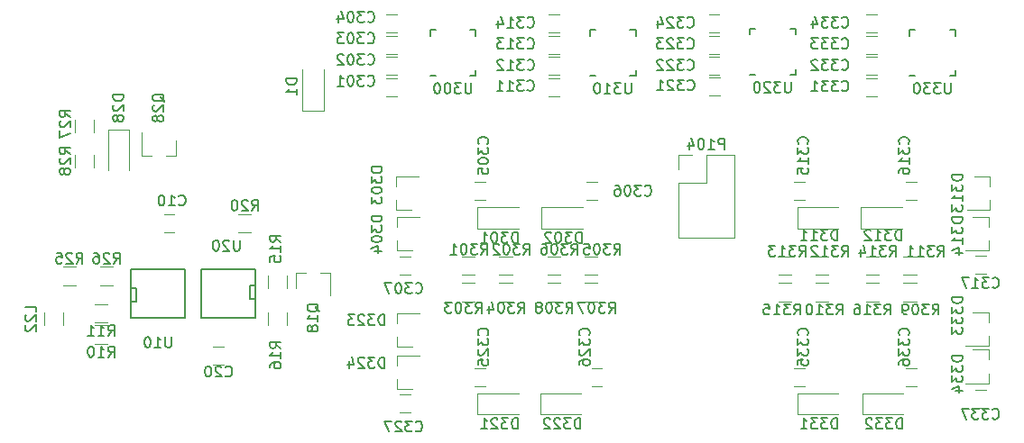
<source format=gbr>
G04 #@! TF.FileFunction,Legend,Bot*
%FSLAX46Y46*%
G04 Gerber Fmt 4.6, Leading zero omitted, Abs format (unit mm)*
G04 Created by KiCad (PCBNEW 4.0.7) date 12/07/17 00:39:05*
%MOMM*%
%LPD*%
G01*
G04 APERTURE LIST*
%ADD10C,0.100000*%
%ADD11C,0.120000*%
%ADD12C,0.150000*%
G04 APERTURE END LIST*
D10*
D11*
X179722250Y-99620000D02*
X178522250Y-99620000D01*
X178522250Y-101380000D02*
X179722250Y-101380000D01*
X176222250Y-102120000D02*
X175022250Y-102120000D01*
X175022250Y-103880000D02*
X176222250Y-103880000D01*
X176222250Y-99620000D02*
X175022250Y-99620000D01*
X175022250Y-101380000D02*
X176222250Y-101380000D01*
X179722250Y-102120000D02*
X178522250Y-102120000D01*
X178522250Y-103880000D02*
X179722250Y-103880000D01*
X183277750Y-103880000D02*
X184477750Y-103880000D01*
X184477750Y-102120000D02*
X183277750Y-102120000D01*
X186777750Y-101380000D02*
X187977750Y-101380000D01*
X187977750Y-99620000D02*
X186777750Y-99620000D01*
X186777750Y-103880000D02*
X187977750Y-103880000D01*
X187977750Y-102120000D02*
X186777750Y-102120000D01*
X183277750Y-101380000D02*
X184477750Y-101380000D01*
X184477750Y-99620000D02*
X183277750Y-99620000D01*
X150050000Y-102120000D02*
X148850000Y-102120000D01*
X148850000Y-103880000D02*
X150050000Y-103880000D01*
X146546000Y-99620000D02*
X145346000Y-99620000D01*
X145346000Y-101380000D02*
X146546000Y-101380000D01*
X150050000Y-99620000D02*
X148850000Y-99620000D01*
X148850000Y-101380000D02*
X150050000Y-101380000D01*
X146546000Y-102118000D02*
X145346000Y-102118000D01*
X145346000Y-103878000D02*
X146546000Y-103878000D01*
X165675000Y-92710000D02*
X165675000Y-97850000D01*
X165675000Y-97850000D02*
X170875000Y-97850000D01*
X170875000Y-97850000D02*
X170875000Y-90110000D01*
X170875000Y-90110000D02*
X168275000Y-90110000D01*
X168275000Y-90110000D02*
X168275000Y-92710000D01*
X168275000Y-92710000D02*
X165675000Y-92710000D01*
X165675000Y-91440000D02*
X165675000Y-90110000D01*
X165675000Y-90110000D02*
X166945000Y-90110000D01*
X138250000Y-82900000D02*
X139250000Y-82900000D01*
X139250000Y-84600000D02*
X138250000Y-84600000D01*
D12*
X114300000Y-105410000D02*
X119380000Y-105410000D01*
X119380000Y-105410000D02*
X119380000Y-100838000D01*
X119380000Y-100838000D02*
X114300000Y-100838000D01*
X114300000Y-100838000D02*
X114300000Y-105410000D01*
X114300000Y-103886000D02*
X114808000Y-103886000D01*
X114808000Y-103886000D02*
X114808000Y-102616000D01*
X114808000Y-102616000D02*
X114300000Y-102616000D01*
X125984000Y-100838000D02*
X120904000Y-100838000D01*
X120904000Y-100838000D02*
X120904000Y-105410000D01*
X120904000Y-105410000D02*
X125984000Y-105410000D01*
X125984000Y-105410000D02*
X125984000Y-100838000D01*
X125984000Y-102362000D02*
X125476000Y-102362000D01*
X125476000Y-102362000D02*
X125476000Y-103632000D01*
X125476000Y-103632000D02*
X125984000Y-103632000D01*
D11*
X118356000Y-97370000D02*
X117356000Y-97370000D01*
X117356000Y-95670000D02*
X118356000Y-95670000D01*
X122000000Y-108150000D02*
X123000000Y-108150000D01*
X123000000Y-109850000D02*
X122000000Y-109850000D01*
X112100000Y-106120000D02*
X110900000Y-106120000D01*
X110900000Y-107880000D02*
X112100000Y-107880000D01*
X112100000Y-104120000D02*
X110900000Y-104120000D01*
X110900000Y-105880000D02*
X112100000Y-105880000D01*
X128880000Y-102600000D02*
X128880000Y-101400000D01*
X127120000Y-101400000D02*
X127120000Y-102600000D01*
X128880000Y-106100000D02*
X128880000Y-104900000D01*
X127120000Y-104900000D02*
X127120000Y-106100000D01*
X124368000Y-97400000D02*
X125568000Y-97400000D01*
X125568000Y-95640000D02*
X124368000Y-95640000D01*
X107900000Y-102380000D02*
X109100000Y-102380000D01*
X109100000Y-100620000D02*
X107900000Y-100620000D01*
X111400000Y-102380000D02*
X112600000Y-102380000D01*
X112600000Y-100620000D02*
X111400000Y-100620000D01*
X107880000Y-106100000D02*
X107880000Y-104900000D01*
X106120000Y-104900000D02*
X106120000Y-106100000D01*
X138250000Y-80900000D02*
X139250000Y-80900000D01*
X139250000Y-82600000D02*
X138250000Y-82600000D01*
X138250000Y-78900000D02*
X139250000Y-78900000D01*
X139250000Y-80600000D02*
X138250000Y-80600000D01*
X138250000Y-76900000D02*
X139250000Y-76900000D01*
X139250000Y-78600000D02*
X138250000Y-78600000D01*
X147500000Y-94350000D02*
X146500000Y-94350000D01*
X146500000Y-92650000D02*
X147500000Y-92650000D01*
X158000000Y-94350000D02*
X157000000Y-94350000D01*
X157000000Y-92650000D02*
X158000000Y-92650000D01*
X139500000Y-99650000D02*
X140500000Y-99650000D01*
X140500000Y-101350000D02*
X139500000Y-101350000D01*
X168528000Y-82816000D02*
X169528000Y-82816000D01*
X169528000Y-84516000D02*
X168528000Y-84516000D01*
X168500000Y-80900000D02*
X169500000Y-80900000D01*
X169500000Y-82600000D02*
X168500000Y-82600000D01*
X168500000Y-78900000D02*
X169500000Y-78900000D01*
X169500000Y-80600000D02*
X168500000Y-80600000D01*
X153500000Y-76900000D02*
X154500000Y-76900000D01*
X154500000Y-78600000D02*
X153500000Y-78600000D01*
X147500000Y-111850000D02*
X146500000Y-111850000D01*
X146500000Y-110150000D02*
X147500000Y-110150000D01*
X158500000Y-111850000D02*
X157500000Y-111850000D01*
X157500000Y-110150000D02*
X158500000Y-110150000D01*
X139500000Y-112650000D02*
X140500000Y-112650000D01*
X140500000Y-114350000D02*
X139500000Y-114350000D01*
X153478000Y-82866000D02*
X154478000Y-82866000D01*
X154478000Y-84566000D02*
X153478000Y-84566000D01*
X153500000Y-80900000D02*
X154500000Y-80900000D01*
X154500000Y-82600000D02*
X153500000Y-82600000D01*
X153500000Y-78900000D02*
X154500000Y-78900000D01*
X154500000Y-80600000D02*
X153500000Y-80600000D01*
X168500000Y-76900000D02*
X169500000Y-76900000D01*
X169500000Y-78600000D02*
X168500000Y-78600000D01*
X177500000Y-94350000D02*
X176500000Y-94350000D01*
X176500000Y-92650000D02*
X177500000Y-92650000D01*
X188000000Y-94350000D02*
X187000000Y-94350000D01*
X187000000Y-92650000D02*
X188000000Y-92650000D01*
X194500000Y-101266000D02*
X193500000Y-101266000D01*
X193500000Y-99566000D02*
X194500000Y-99566000D01*
X183250000Y-82900000D02*
X184250000Y-82900000D01*
X184250000Y-84600000D02*
X183250000Y-84600000D01*
X183250000Y-80900000D02*
X184250000Y-80900000D01*
X184250000Y-82600000D02*
X183250000Y-82600000D01*
X183250000Y-78900000D02*
X184250000Y-78900000D01*
X184250000Y-80600000D02*
X183250000Y-80600000D01*
X183250000Y-76900000D02*
X184250000Y-76900000D01*
X184250000Y-78600000D02*
X183250000Y-78600000D01*
X177500000Y-111850000D02*
X176500000Y-111850000D01*
X176500000Y-110150000D02*
X177500000Y-110150000D01*
X188000000Y-111850000D02*
X187000000Y-111850000D01*
X187000000Y-110150000D02*
X188000000Y-110150000D01*
X194500000Y-113850000D02*
X193500000Y-113850000D01*
X193500000Y-112150000D02*
X194500000Y-112150000D01*
X132378000Y-85916000D02*
X130378000Y-85916000D01*
X130378000Y-85916000D02*
X130378000Y-82016000D01*
X132378000Y-85916000D02*
X132378000Y-82016000D01*
X112128000Y-87716000D02*
X114128000Y-87716000D01*
X114128000Y-87716000D02*
X114128000Y-91566000D01*
X112128000Y-87716000D02*
X112128000Y-91566000D01*
X146800000Y-97000000D02*
X146800000Y-95000000D01*
X146800000Y-95000000D02*
X150650000Y-95000000D01*
X146800000Y-97000000D02*
X150650000Y-97000000D01*
X152800000Y-97000000D02*
X152800000Y-95000000D01*
X152800000Y-95000000D02*
X156650000Y-95000000D01*
X152800000Y-97000000D02*
X156650000Y-97000000D01*
X139118000Y-95246000D02*
X139118000Y-94316000D01*
X139118000Y-92086000D02*
X139118000Y-93016000D01*
X139118000Y-92086000D02*
X141278000Y-92086000D01*
X139118000Y-95246000D02*
X140578000Y-95246000D01*
X139240000Y-99080000D02*
X139240000Y-98150000D01*
X139240000Y-95920000D02*
X139240000Y-96850000D01*
X139240000Y-95920000D02*
X141400000Y-95920000D01*
X139240000Y-99080000D02*
X140700000Y-99080000D01*
X146800000Y-114500000D02*
X146800000Y-112500000D01*
X146800000Y-112500000D02*
X150650000Y-112500000D01*
X146800000Y-114500000D02*
X150650000Y-114500000D01*
X152700000Y-114500000D02*
X152700000Y-112500000D01*
X152700000Y-112500000D02*
X156550000Y-112500000D01*
X152700000Y-114500000D02*
X156550000Y-114500000D01*
X139240000Y-108130000D02*
X139240000Y-107200000D01*
X139240000Y-104970000D02*
X139240000Y-105900000D01*
X139240000Y-104970000D02*
X141400000Y-104970000D01*
X139240000Y-108130000D02*
X140700000Y-108130000D01*
X139240000Y-112130000D02*
X139240000Y-111200000D01*
X139240000Y-108970000D02*
X139240000Y-109900000D01*
X139240000Y-108970000D02*
X141400000Y-108970000D01*
X139240000Y-112130000D02*
X140700000Y-112130000D01*
X176800000Y-97000000D02*
X176800000Y-95000000D01*
X176800000Y-95000000D02*
X180650000Y-95000000D01*
X176800000Y-97000000D02*
X180650000Y-97000000D01*
X182800000Y-97000000D02*
X182800000Y-95000000D01*
X182800000Y-95000000D02*
X186650000Y-95000000D01*
X182800000Y-97000000D02*
X186650000Y-97000000D01*
X194888000Y-92086000D02*
X194888000Y-93016000D01*
X194888000Y-95246000D02*
X194888000Y-94316000D01*
X194888000Y-95246000D02*
X192728000Y-95246000D01*
X194888000Y-92086000D02*
X193428000Y-92086000D01*
X194760000Y-95920000D02*
X194760000Y-96850000D01*
X194760000Y-99080000D02*
X194760000Y-98150000D01*
X194760000Y-99080000D02*
X192600000Y-99080000D01*
X194760000Y-95920000D02*
X193300000Y-95920000D01*
X176800000Y-114500000D02*
X176800000Y-112500000D01*
X176800000Y-112500000D02*
X180650000Y-112500000D01*
X176800000Y-114500000D02*
X180650000Y-114500000D01*
X182900000Y-114500000D02*
X182900000Y-112500000D01*
X182900000Y-112500000D02*
X186750000Y-112500000D01*
X182900000Y-114500000D02*
X186750000Y-114500000D01*
X194760000Y-104920000D02*
X194760000Y-105850000D01*
X194760000Y-108080000D02*
X194760000Y-107150000D01*
X194760000Y-108080000D02*
X192600000Y-108080000D01*
X194760000Y-104920000D02*
X193300000Y-104920000D01*
X194760000Y-108420000D02*
X194760000Y-109350000D01*
X194760000Y-111580000D02*
X194760000Y-110650000D01*
X194760000Y-111580000D02*
X192600000Y-111580000D01*
X194760000Y-108420000D02*
X193300000Y-108420000D01*
X118458000Y-90176000D02*
X117528000Y-90176000D01*
X115298000Y-90176000D02*
X116228000Y-90176000D01*
X115298000Y-90176000D02*
X115298000Y-88016000D01*
X118458000Y-90176000D02*
X118458000Y-88716000D01*
X129798000Y-101156000D02*
X130728000Y-101156000D01*
X132958000Y-101156000D02*
X132028000Y-101156000D01*
X132958000Y-101156000D02*
X132958000Y-103316000D01*
X129798000Y-101156000D02*
X129798000Y-102616000D01*
X110758000Y-88016000D02*
X110758000Y-86816000D01*
X108998000Y-86816000D02*
X108998000Y-88016000D01*
X108998000Y-90066000D02*
X108998000Y-91266000D01*
X110758000Y-91266000D02*
X110758000Y-90066000D01*
X156850000Y-101380000D02*
X158050000Y-101380000D01*
X158050000Y-99620000D02*
X156850000Y-99620000D01*
X153350000Y-101380000D02*
X154550000Y-101380000D01*
X154550000Y-99620000D02*
X153350000Y-99620000D01*
X156850000Y-103880000D02*
X158050000Y-103880000D01*
X158050000Y-102120000D02*
X156850000Y-102120000D01*
X153350000Y-103880000D02*
X154550000Y-103880000D01*
X154550000Y-102120000D02*
X153350000Y-102120000D01*
D12*
X146650000Y-82650000D02*
X146650000Y-82125000D01*
X142350000Y-78350000D02*
X142350000Y-78875000D01*
X146650000Y-78350000D02*
X146650000Y-78875000D01*
X142350000Y-82650000D02*
X142875000Y-82650000D01*
X142350000Y-78350000D02*
X142875000Y-78350000D01*
X146650000Y-78350000D02*
X146125000Y-78350000D01*
X146650000Y-82650000D02*
X146125000Y-82650000D01*
X161650000Y-82650000D02*
X161650000Y-82125000D01*
X157350000Y-78350000D02*
X157350000Y-78875000D01*
X161650000Y-78350000D02*
X161650000Y-78875000D01*
X157350000Y-82650000D02*
X157875000Y-82650000D01*
X157350000Y-78350000D02*
X157875000Y-78350000D01*
X161650000Y-78350000D02*
X161125000Y-78350000D01*
X161650000Y-82650000D02*
X161125000Y-82650000D01*
X176650000Y-82550000D02*
X176650000Y-82025000D01*
X172350000Y-78250000D02*
X172350000Y-78775000D01*
X176650000Y-78250000D02*
X176650000Y-78775000D01*
X172350000Y-82550000D02*
X172875000Y-82550000D01*
X172350000Y-78250000D02*
X172875000Y-78250000D01*
X176650000Y-78250000D02*
X176125000Y-78250000D01*
X176650000Y-82550000D02*
X176125000Y-82550000D01*
X191650000Y-82650000D02*
X191650000Y-82125000D01*
X187350000Y-78350000D02*
X187350000Y-78875000D01*
X191650000Y-78350000D02*
X191650000Y-78875000D01*
X187350000Y-82650000D02*
X187875000Y-82650000D01*
X187350000Y-78350000D02*
X187875000Y-78350000D01*
X191650000Y-78350000D02*
X191125000Y-78350000D01*
X191650000Y-82650000D02*
X191125000Y-82650000D01*
X185497047Y-99618381D02*
X185830381Y-99142190D01*
X186068476Y-99618381D02*
X186068476Y-98618381D01*
X185687523Y-98618381D01*
X185592285Y-98666000D01*
X185544666Y-98713619D01*
X185497047Y-98808857D01*
X185497047Y-98951714D01*
X185544666Y-99046952D01*
X185592285Y-99094571D01*
X185687523Y-99142190D01*
X186068476Y-99142190D01*
X185163714Y-98618381D02*
X184544666Y-98618381D01*
X184878000Y-98999333D01*
X184735142Y-98999333D01*
X184639904Y-99046952D01*
X184592285Y-99094571D01*
X184544666Y-99189810D01*
X184544666Y-99427905D01*
X184592285Y-99523143D01*
X184639904Y-99570762D01*
X184735142Y-99618381D01*
X185020857Y-99618381D01*
X185116095Y-99570762D01*
X185163714Y-99523143D01*
X183592285Y-99618381D02*
X184163714Y-99618381D01*
X183878000Y-99618381D02*
X183878000Y-98618381D01*
X183973238Y-98761238D01*
X184068476Y-98856476D01*
X184163714Y-98904095D01*
X182735142Y-98951714D02*
X182735142Y-99618381D01*
X182973238Y-98570762D02*
X183211333Y-99285048D01*
X182592285Y-99285048D01*
X176497047Y-105118381D02*
X176830381Y-104642190D01*
X177068476Y-105118381D02*
X177068476Y-104118381D01*
X176687523Y-104118381D01*
X176592285Y-104166000D01*
X176544666Y-104213619D01*
X176497047Y-104308857D01*
X176497047Y-104451714D01*
X176544666Y-104546952D01*
X176592285Y-104594571D01*
X176687523Y-104642190D01*
X177068476Y-104642190D01*
X176163714Y-104118381D02*
X175544666Y-104118381D01*
X175878000Y-104499333D01*
X175735142Y-104499333D01*
X175639904Y-104546952D01*
X175592285Y-104594571D01*
X175544666Y-104689810D01*
X175544666Y-104927905D01*
X175592285Y-105023143D01*
X175639904Y-105070762D01*
X175735142Y-105118381D01*
X176020857Y-105118381D01*
X176116095Y-105070762D01*
X176163714Y-105023143D01*
X174592285Y-105118381D02*
X175163714Y-105118381D01*
X174878000Y-105118381D02*
X174878000Y-104118381D01*
X174973238Y-104261238D01*
X175068476Y-104356476D01*
X175163714Y-104404095D01*
X173687523Y-104118381D02*
X174163714Y-104118381D01*
X174211333Y-104594571D01*
X174163714Y-104546952D01*
X174068476Y-104499333D01*
X173830380Y-104499333D01*
X173735142Y-104546952D01*
X173687523Y-104594571D01*
X173639904Y-104689810D01*
X173639904Y-104927905D01*
X173687523Y-105023143D01*
X173735142Y-105070762D01*
X173830380Y-105118381D01*
X174068476Y-105118381D01*
X174163714Y-105070762D01*
X174211333Y-105023143D01*
X176997047Y-99618381D02*
X177330381Y-99142190D01*
X177568476Y-99618381D02*
X177568476Y-98618381D01*
X177187523Y-98618381D01*
X177092285Y-98666000D01*
X177044666Y-98713619D01*
X176997047Y-98808857D01*
X176997047Y-98951714D01*
X177044666Y-99046952D01*
X177092285Y-99094571D01*
X177187523Y-99142190D01*
X177568476Y-99142190D01*
X176663714Y-98618381D02*
X176044666Y-98618381D01*
X176378000Y-98999333D01*
X176235142Y-98999333D01*
X176139904Y-99046952D01*
X176092285Y-99094571D01*
X176044666Y-99189810D01*
X176044666Y-99427905D01*
X176092285Y-99523143D01*
X176139904Y-99570762D01*
X176235142Y-99618381D01*
X176520857Y-99618381D01*
X176616095Y-99570762D01*
X176663714Y-99523143D01*
X175092285Y-99618381D02*
X175663714Y-99618381D01*
X175378000Y-99618381D02*
X175378000Y-98618381D01*
X175473238Y-98761238D01*
X175568476Y-98856476D01*
X175663714Y-98904095D01*
X174758952Y-98618381D02*
X174139904Y-98618381D01*
X174473238Y-98999333D01*
X174330380Y-98999333D01*
X174235142Y-99046952D01*
X174187523Y-99094571D01*
X174139904Y-99189810D01*
X174139904Y-99427905D01*
X174187523Y-99523143D01*
X174235142Y-99570762D01*
X174330380Y-99618381D01*
X174616095Y-99618381D01*
X174711333Y-99570762D01*
X174758952Y-99523143D01*
X184997047Y-105118381D02*
X185330381Y-104642190D01*
X185568476Y-105118381D02*
X185568476Y-104118381D01*
X185187523Y-104118381D01*
X185092285Y-104166000D01*
X185044666Y-104213619D01*
X184997047Y-104308857D01*
X184997047Y-104451714D01*
X185044666Y-104546952D01*
X185092285Y-104594571D01*
X185187523Y-104642190D01*
X185568476Y-104642190D01*
X184663714Y-104118381D02*
X184044666Y-104118381D01*
X184378000Y-104499333D01*
X184235142Y-104499333D01*
X184139904Y-104546952D01*
X184092285Y-104594571D01*
X184044666Y-104689810D01*
X184044666Y-104927905D01*
X184092285Y-105023143D01*
X184139904Y-105070762D01*
X184235142Y-105118381D01*
X184520857Y-105118381D01*
X184616095Y-105070762D01*
X184663714Y-105023143D01*
X183092285Y-105118381D02*
X183663714Y-105118381D01*
X183378000Y-105118381D02*
X183378000Y-104118381D01*
X183473238Y-104261238D01*
X183568476Y-104356476D01*
X183663714Y-104404095D01*
X182235142Y-104118381D02*
X182425619Y-104118381D01*
X182520857Y-104166000D01*
X182568476Y-104213619D01*
X182663714Y-104356476D01*
X182711333Y-104546952D01*
X182711333Y-104927905D01*
X182663714Y-105023143D01*
X182616095Y-105070762D01*
X182520857Y-105118381D01*
X182330380Y-105118381D01*
X182235142Y-105070762D01*
X182187523Y-105023143D01*
X182139904Y-104927905D01*
X182139904Y-104689810D01*
X182187523Y-104594571D01*
X182235142Y-104546952D01*
X182330380Y-104499333D01*
X182520857Y-104499333D01*
X182616095Y-104546952D01*
X182663714Y-104594571D01*
X182711333Y-104689810D01*
X180497047Y-105118381D02*
X180830381Y-104642190D01*
X181068476Y-105118381D02*
X181068476Y-104118381D01*
X180687523Y-104118381D01*
X180592285Y-104166000D01*
X180544666Y-104213619D01*
X180497047Y-104308857D01*
X180497047Y-104451714D01*
X180544666Y-104546952D01*
X180592285Y-104594571D01*
X180687523Y-104642190D01*
X181068476Y-104642190D01*
X180163714Y-104118381D02*
X179544666Y-104118381D01*
X179878000Y-104499333D01*
X179735142Y-104499333D01*
X179639904Y-104546952D01*
X179592285Y-104594571D01*
X179544666Y-104689810D01*
X179544666Y-104927905D01*
X179592285Y-105023143D01*
X179639904Y-105070762D01*
X179735142Y-105118381D01*
X180020857Y-105118381D01*
X180116095Y-105070762D01*
X180163714Y-105023143D01*
X178592285Y-105118381D02*
X179163714Y-105118381D01*
X178878000Y-105118381D02*
X178878000Y-104118381D01*
X178973238Y-104261238D01*
X179068476Y-104356476D01*
X179163714Y-104404095D01*
X177973238Y-104118381D02*
X177877999Y-104118381D01*
X177782761Y-104166000D01*
X177735142Y-104213619D01*
X177687523Y-104308857D01*
X177639904Y-104499333D01*
X177639904Y-104737429D01*
X177687523Y-104927905D01*
X177735142Y-105023143D01*
X177782761Y-105070762D01*
X177877999Y-105118381D01*
X177973238Y-105118381D01*
X178068476Y-105070762D01*
X178116095Y-105023143D01*
X178163714Y-104927905D01*
X178211333Y-104737429D01*
X178211333Y-104499333D01*
X178163714Y-104308857D01*
X178116095Y-104213619D01*
X178068476Y-104166000D01*
X177973238Y-104118381D01*
X189997047Y-99618381D02*
X190330381Y-99142190D01*
X190568476Y-99618381D02*
X190568476Y-98618381D01*
X190187523Y-98618381D01*
X190092285Y-98666000D01*
X190044666Y-98713619D01*
X189997047Y-98808857D01*
X189997047Y-98951714D01*
X190044666Y-99046952D01*
X190092285Y-99094571D01*
X190187523Y-99142190D01*
X190568476Y-99142190D01*
X189663714Y-98618381D02*
X189044666Y-98618381D01*
X189378000Y-98999333D01*
X189235142Y-98999333D01*
X189139904Y-99046952D01*
X189092285Y-99094571D01*
X189044666Y-99189810D01*
X189044666Y-99427905D01*
X189092285Y-99523143D01*
X189139904Y-99570762D01*
X189235142Y-99618381D01*
X189520857Y-99618381D01*
X189616095Y-99570762D01*
X189663714Y-99523143D01*
X188092285Y-99618381D02*
X188663714Y-99618381D01*
X188378000Y-99618381D02*
X188378000Y-98618381D01*
X188473238Y-98761238D01*
X188568476Y-98856476D01*
X188663714Y-98904095D01*
X187139904Y-99618381D02*
X187711333Y-99618381D01*
X187425619Y-99618381D02*
X187425619Y-98618381D01*
X187520857Y-98761238D01*
X187616095Y-98856476D01*
X187711333Y-98904095D01*
X189497047Y-105118381D02*
X189830381Y-104642190D01*
X190068476Y-105118381D02*
X190068476Y-104118381D01*
X189687523Y-104118381D01*
X189592285Y-104166000D01*
X189544666Y-104213619D01*
X189497047Y-104308857D01*
X189497047Y-104451714D01*
X189544666Y-104546952D01*
X189592285Y-104594571D01*
X189687523Y-104642190D01*
X190068476Y-104642190D01*
X189163714Y-104118381D02*
X188544666Y-104118381D01*
X188878000Y-104499333D01*
X188735142Y-104499333D01*
X188639904Y-104546952D01*
X188592285Y-104594571D01*
X188544666Y-104689810D01*
X188544666Y-104927905D01*
X188592285Y-105023143D01*
X188639904Y-105070762D01*
X188735142Y-105118381D01*
X189020857Y-105118381D01*
X189116095Y-105070762D01*
X189163714Y-105023143D01*
X187925619Y-104118381D02*
X187830380Y-104118381D01*
X187735142Y-104166000D01*
X187687523Y-104213619D01*
X187639904Y-104308857D01*
X187592285Y-104499333D01*
X187592285Y-104737429D01*
X187639904Y-104927905D01*
X187687523Y-105023143D01*
X187735142Y-105070762D01*
X187830380Y-105118381D01*
X187925619Y-105118381D01*
X188020857Y-105070762D01*
X188068476Y-105023143D01*
X188116095Y-104927905D01*
X188163714Y-104737429D01*
X188163714Y-104499333D01*
X188116095Y-104308857D01*
X188068476Y-104213619D01*
X188020857Y-104166000D01*
X187925619Y-104118381D01*
X187116095Y-105118381D02*
X186925619Y-105118381D01*
X186830380Y-105070762D01*
X186782761Y-105023143D01*
X186687523Y-104880286D01*
X186639904Y-104689810D01*
X186639904Y-104308857D01*
X186687523Y-104213619D01*
X186735142Y-104166000D01*
X186830380Y-104118381D01*
X187020857Y-104118381D01*
X187116095Y-104166000D01*
X187163714Y-104213619D01*
X187211333Y-104308857D01*
X187211333Y-104546952D01*
X187163714Y-104642190D01*
X187116095Y-104689810D01*
X187020857Y-104737429D01*
X186830380Y-104737429D01*
X186735142Y-104689810D01*
X186687523Y-104642190D01*
X186639904Y-104546952D01*
X180997047Y-99618381D02*
X181330381Y-99142190D01*
X181568476Y-99618381D02*
X181568476Y-98618381D01*
X181187523Y-98618381D01*
X181092285Y-98666000D01*
X181044666Y-98713619D01*
X180997047Y-98808857D01*
X180997047Y-98951714D01*
X181044666Y-99046952D01*
X181092285Y-99094571D01*
X181187523Y-99142190D01*
X181568476Y-99142190D01*
X180663714Y-98618381D02*
X180044666Y-98618381D01*
X180378000Y-98999333D01*
X180235142Y-98999333D01*
X180139904Y-99046952D01*
X180092285Y-99094571D01*
X180044666Y-99189810D01*
X180044666Y-99427905D01*
X180092285Y-99523143D01*
X180139904Y-99570762D01*
X180235142Y-99618381D01*
X180520857Y-99618381D01*
X180616095Y-99570762D01*
X180663714Y-99523143D01*
X179092285Y-99618381D02*
X179663714Y-99618381D01*
X179378000Y-99618381D02*
X179378000Y-98618381D01*
X179473238Y-98761238D01*
X179568476Y-98856476D01*
X179663714Y-98904095D01*
X178711333Y-98713619D02*
X178663714Y-98666000D01*
X178568476Y-98618381D01*
X178330380Y-98618381D01*
X178235142Y-98666000D01*
X178187523Y-98713619D01*
X178139904Y-98808857D01*
X178139904Y-98904095D01*
X178187523Y-99046952D01*
X178758952Y-99618381D01*
X178139904Y-99618381D01*
X150619047Y-104952381D02*
X150952381Y-104476190D01*
X151190476Y-104952381D02*
X151190476Y-103952381D01*
X150809523Y-103952381D01*
X150714285Y-104000000D01*
X150666666Y-104047619D01*
X150619047Y-104142857D01*
X150619047Y-104285714D01*
X150666666Y-104380952D01*
X150714285Y-104428571D01*
X150809523Y-104476190D01*
X151190476Y-104476190D01*
X150285714Y-103952381D02*
X149666666Y-103952381D01*
X150000000Y-104333333D01*
X149857142Y-104333333D01*
X149761904Y-104380952D01*
X149714285Y-104428571D01*
X149666666Y-104523810D01*
X149666666Y-104761905D01*
X149714285Y-104857143D01*
X149761904Y-104904762D01*
X149857142Y-104952381D01*
X150142857Y-104952381D01*
X150238095Y-104904762D01*
X150285714Y-104857143D01*
X149047619Y-103952381D02*
X148952380Y-103952381D01*
X148857142Y-104000000D01*
X148809523Y-104047619D01*
X148761904Y-104142857D01*
X148714285Y-104333333D01*
X148714285Y-104571429D01*
X148761904Y-104761905D01*
X148809523Y-104857143D01*
X148857142Y-104904762D01*
X148952380Y-104952381D01*
X149047619Y-104952381D01*
X149142857Y-104904762D01*
X149190476Y-104857143D01*
X149238095Y-104761905D01*
X149285714Y-104571429D01*
X149285714Y-104333333D01*
X149238095Y-104142857D01*
X149190476Y-104047619D01*
X149142857Y-104000000D01*
X149047619Y-103952381D01*
X147857142Y-104285714D02*
X147857142Y-104952381D01*
X148095238Y-103904762D02*
X148333333Y-104619048D01*
X147714285Y-104619048D01*
X147119047Y-99452381D02*
X147452381Y-98976190D01*
X147690476Y-99452381D02*
X147690476Y-98452381D01*
X147309523Y-98452381D01*
X147214285Y-98500000D01*
X147166666Y-98547619D01*
X147119047Y-98642857D01*
X147119047Y-98785714D01*
X147166666Y-98880952D01*
X147214285Y-98928571D01*
X147309523Y-98976190D01*
X147690476Y-98976190D01*
X146785714Y-98452381D02*
X146166666Y-98452381D01*
X146500000Y-98833333D01*
X146357142Y-98833333D01*
X146261904Y-98880952D01*
X146214285Y-98928571D01*
X146166666Y-99023810D01*
X146166666Y-99261905D01*
X146214285Y-99357143D01*
X146261904Y-99404762D01*
X146357142Y-99452381D01*
X146642857Y-99452381D01*
X146738095Y-99404762D01*
X146785714Y-99357143D01*
X145547619Y-98452381D02*
X145452380Y-98452381D01*
X145357142Y-98500000D01*
X145309523Y-98547619D01*
X145261904Y-98642857D01*
X145214285Y-98833333D01*
X145214285Y-99071429D01*
X145261904Y-99261905D01*
X145309523Y-99357143D01*
X145357142Y-99404762D01*
X145452380Y-99452381D01*
X145547619Y-99452381D01*
X145642857Y-99404762D01*
X145690476Y-99357143D01*
X145738095Y-99261905D01*
X145785714Y-99071429D01*
X145785714Y-98833333D01*
X145738095Y-98642857D01*
X145690476Y-98547619D01*
X145642857Y-98500000D01*
X145547619Y-98452381D01*
X144261904Y-99452381D02*
X144833333Y-99452381D01*
X144547619Y-99452381D02*
X144547619Y-98452381D01*
X144642857Y-98595238D01*
X144738095Y-98690476D01*
X144833333Y-98738095D01*
X151119047Y-99452381D02*
X151452381Y-98976190D01*
X151690476Y-99452381D02*
X151690476Y-98452381D01*
X151309523Y-98452381D01*
X151214285Y-98500000D01*
X151166666Y-98547619D01*
X151119047Y-98642857D01*
X151119047Y-98785714D01*
X151166666Y-98880952D01*
X151214285Y-98928571D01*
X151309523Y-98976190D01*
X151690476Y-98976190D01*
X150785714Y-98452381D02*
X150166666Y-98452381D01*
X150500000Y-98833333D01*
X150357142Y-98833333D01*
X150261904Y-98880952D01*
X150214285Y-98928571D01*
X150166666Y-99023810D01*
X150166666Y-99261905D01*
X150214285Y-99357143D01*
X150261904Y-99404762D01*
X150357142Y-99452381D01*
X150642857Y-99452381D01*
X150738095Y-99404762D01*
X150785714Y-99357143D01*
X149547619Y-98452381D02*
X149452380Y-98452381D01*
X149357142Y-98500000D01*
X149309523Y-98547619D01*
X149261904Y-98642857D01*
X149214285Y-98833333D01*
X149214285Y-99071429D01*
X149261904Y-99261905D01*
X149309523Y-99357143D01*
X149357142Y-99404762D01*
X149452380Y-99452381D01*
X149547619Y-99452381D01*
X149642857Y-99404762D01*
X149690476Y-99357143D01*
X149738095Y-99261905D01*
X149785714Y-99071429D01*
X149785714Y-98833333D01*
X149738095Y-98642857D01*
X149690476Y-98547619D01*
X149642857Y-98500000D01*
X149547619Y-98452381D01*
X148833333Y-98547619D02*
X148785714Y-98500000D01*
X148690476Y-98452381D01*
X148452380Y-98452381D01*
X148357142Y-98500000D01*
X148309523Y-98547619D01*
X148261904Y-98642857D01*
X148261904Y-98738095D01*
X148309523Y-98880952D01*
X148880952Y-99452381D01*
X148261904Y-99452381D01*
X146619047Y-104952381D02*
X146952381Y-104476190D01*
X147190476Y-104952381D02*
X147190476Y-103952381D01*
X146809523Y-103952381D01*
X146714285Y-104000000D01*
X146666666Y-104047619D01*
X146619047Y-104142857D01*
X146619047Y-104285714D01*
X146666666Y-104380952D01*
X146714285Y-104428571D01*
X146809523Y-104476190D01*
X147190476Y-104476190D01*
X146285714Y-103952381D02*
X145666666Y-103952381D01*
X146000000Y-104333333D01*
X145857142Y-104333333D01*
X145761904Y-104380952D01*
X145714285Y-104428571D01*
X145666666Y-104523810D01*
X145666666Y-104761905D01*
X145714285Y-104857143D01*
X145761904Y-104904762D01*
X145857142Y-104952381D01*
X146142857Y-104952381D01*
X146238095Y-104904762D01*
X146285714Y-104857143D01*
X145047619Y-103952381D02*
X144952380Y-103952381D01*
X144857142Y-104000000D01*
X144809523Y-104047619D01*
X144761904Y-104142857D01*
X144714285Y-104333333D01*
X144714285Y-104571429D01*
X144761904Y-104761905D01*
X144809523Y-104857143D01*
X144857142Y-104904762D01*
X144952380Y-104952381D01*
X145047619Y-104952381D01*
X145142857Y-104904762D01*
X145190476Y-104857143D01*
X145238095Y-104761905D01*
X145285714Y-104571429D01*
X145285714Y-104333333D01*
X145238095Y-104142857D01*
X145190476Y-104047619D01*
X145142857Y-104000000D01*
X145047619Y-103952381D01*
X144380952Y-103952381D02*
X143761904Y-103952381D01*
X144095238Y-104333333D01*
X143952380Y-104333333D01*
X143857142Y-104380952D01*
X143809523Y-104428571D01*
X143761904Y-104523810D01*
X143761904Y-104761905D01*
X143809523Y-104857143D01*
X143857142Y-104904762D01*
X143952380Y-104952381D01*
X144238095Y-104952381D01*
X144333333Y-104904762D01*
X144380952Y-104857143D01*
X169965476Y-89562381D02*
X169965476Y-88562381D01*
X169584523Y-88562381D01*
X169489285Y-88610000D01*
X169441666Y-88657619D01*
X169394047Y-88752857D01*
X169394047Y-88895714D01*
X169441666Y-88990952D01*
X169489285Y-89038571D01*
X169584523Y-89086190D01*
X169965476Y-89086190D01*
X168441666Y-89562381D02*
X169013095Y-89562381D01*
X168727381Y-89562381D02*
X168727381Y-88562381D01*
X168822619Y-88705238D01*
X168917857Y-88800476D01*
X169013095Y-88848095D01*
X167822619Y-88562381D02*
X167727380Y-88562381D01*
X167632142Y-88610000D01*
X167584523Y-88657619D01*
X167536904Y-88752857D01*
X167489285Y-88943333D01*
X167489285Y-89181429D01*
X167536904Y-89371905D01*
X167584523Y-89467143D01*
X167632142Y-89514762D01*
X167727380Y-89562381D01*
X167822619Y-89562381D01*
X167917857Y-89514762D01*
X167965476Y-89467143D01*
X168013095Y-89371905D01*
X168060714Y-89181429D01*
X168060714Y-88943333D01*
X168013095Y-88752857D01*
X167965476Y-88657619D01*
X167917857Y-88610000D01*
X167822619Y-88562381D01*
X166632142Y-88895714D02*
X166632142Y-89562381D01*
X166870238Y-88514762D02*
X167108333Y-89229048D01*
X166489285Y-89229048D01*
X136497047Y-83523143D02*
X136544666Y-83570762D01*
X136687523Y-83618381D01*
X136782761Y-83618381D01*
X136925619Y-83570762D01*
X137020857Y-83475524D01*
X137068476Y-83380286D01*
X137116095Y-83189810D01*
X137116095Y-83046952D01*
X137068476Y-82856476D01*
X137020857Y-82761238D01*
X136925619Y-82666000D01*
X136782761Y-82618381D01*
X136687523Y-82618381D01*
X136544666Y-82666000D01*
X136497047Y-82713619D01*
X136163714Y-82618381D02*
X135544666Y-82618381D01*
X135878000Y-82999333D01*
X135735142Y-82999333D01*
X135639904Y-83046952D01*
X135592285Y-83094571D01*
X135544666Y-83189810D01*
X135544666Y-83427905D01*
X135592285Y-83523143D01*
X135639904Y-83570762D01*
X135735142Y-83618381D01*
X136020857Y-83618381D01*
X136116095Y-83570762D01*
X136163714Y-83523143D01*
X134925619Y-82618381D02*
X134830380Y-82618381D01*
X134735142Y-82666000D01*
X134687523Y-82713619D01*
X134639904Y-82808857D01*
X134592285Y-82999333D01*
X134592285Y-83237429D01*
X134639904Y-83427905D01*
X134687523Y-83523143D01*
X134735142Y-83570762D01*
X134830380Y-83618381D01*
X134925619Y-83618381D01*
X135020857Y-83570762D01*
X135068476Y-83523143D01*
X135116095Y-83427905D01*
X135163714Y-83237429D01*
X135163714Y-82999333D01*
X135116095Y-82808857D01*
X135068476Y-82713619D01*
X135020857Y-82666000D01*
X134925619Y-82618381D01*
X133639904Y-83618381D02*
X134211333Y-83618381D01*
X133925619Y-83618381D02*
X133925619Y-82618381D01*
X134020857Y-82761238D01*
X134116095Y-82856476D01*
X134211333Y-82904095D01*
X118078095Y-107202381D02*
X118078095Y-108011905D01*
X118030476Y-108107143D01*
X117982857Y-108154762D01*
X117887619Y-108202381D01*
X117697142Y-108202381D01*
X117601904Y-108154762D01*
X117554285Y-108107143D01*
X117506666Y-108011905D01*
X117506666Y-107202381D01*
X116506666Y-108202381D02*
X117078095Y-108202381D01*
X116792381Y-108202381D02*
X116792381Y-107202381D01*
X116887619Y-107345238D01*
X116982857Y-107440476D01*
X117078095Y-107488095D01*
X115887619Y-107202381D02*
X115792380Y-107202381D01*
X115697142Y-107250000D01*
X115649523Y-107297619D01*
X115601904Y-107392857D01*
X115554285Y-107583333D01*
X115554285Y-107821429D01*
X115601904Y-108011905D01*
X115649523Y-108107143D01*
X115697142Y-108154762D01*
X115792380Y-108202381D01*
X115887619Y-108202381D01*
X115982857Y-108154762D01*
X116030476Y-108107143D01*
X116078095Y-108011905D01*
X116125714Y-107821429D01*
X116125714Y-107583333D01*
X116078095Y-107392857D01*
X116030476Y-107297619D01*
X115982857Y-107250000D01*
X115887619Y-107202381D01*
X124488095Y-98118381D02*
X124488095Y-98927905D01*
X124440476Y-99023143D01*
X124392857Y-99070762D01*
X124297619Y-99118381D01*
X124107142Y-99118381D01*
X124011904Y-99070762D01*
X123964285Y-99023143D01*
X123916666Y-98927905D01*
X123916666Y-98118381D01*
X123488095Y-98213619D02*
X123440476Y-98166000D01*
X123345238Y-98118381D01*
X123107142Y-98118381D01*
X123011904Y-98166000D01*
X122964285Y-98213619D01*
X122916666Y-98308857D01*
X122916666Y-98404095D01*
X122964285Y-98546952D01*
X123535714Y-99118381D01*
X122916666Y-99118381D01*
X122297619Y-98118381D02*
X122202380Y-98118381D01*
X122107142Y-98166000D01*
X122059523Y-98213619D01*
X122011904Y-98308857D01*
X121964285Y-98499333D01*
X121964285Y-98737429D01*
X122011904Y-98927905D01*
X122059523Y-99023143D01*
X122107142Y-99070762D01*
X122202380Y-99118381D01*
X122297619Y-99118381D01*
X122392857Y-99070762D01*
X122440476Y-99023143D01*
X122488095Y-98927905D01*
X122535714Y-98737429D01*
X122535714Y-98499333D01*
X122488095Y-98308857D01*
X122440476Y-98213619D01*
X122392857Y-98166000D01*
X122297619Y-98118381D01*
X118770857Y-94773143D02*
X118818476Y-94820762D01*
X118961333Y-94868381D01*
X119056571Y-94868381D01*
X119199429Y-94820762D01*
X119294667Y-94725524D01*
X119342286Y-94630286D01*
X119389905Y-94439810D01*
X119389905Y-94296952D01*
X119342286Y-94106476D01*
X119294667Y-94011238D01*
X119199429Y-93916000D01*
X119056571Y-93868381D01*
X118961333Y-93868381D01*
X118818476Y-93916000D01*
X118770857Y-93963619D01*
X117818476Y-94868381D02*
X118389905Y-94868381D01*
X118104191Y-94868381D02*
X118104191Y-93868381D01*
X118199429Y-94011238D01*
X118294667Y-94106476D01*
X118389905Y-94154095D01*
X117199429Y-93868381D02*
X117104190Y-93868381D01*
X117008952Y-93916000D01*
X116961333Y-93963619D01*
X116913714Y-94058857D01*
X116866095Y-94249333D01*
X116866095Y-94487429D01*
X116913714Y-94677905D01*
X116961333Y-94773143D01*
X117008952Y-94820762D01*
X117104190Y-94868381D01*
X117199429Y-94868381D01*
X117294667Y-94820762D01*
X117342286Y-94773143D01*
X117389905Y-94677905D01*
X117437524Y-94487429D01*
X117437524Y-94249333D01*
X117389905Y-94058857D01*
X117342286Y-93963619D01*
X117294667Y-93916000D01*
X117199429Y-93868381D01*
X123142857Y-110857143D02*
X123190476Y-110904762D01*
X123333333Y-110952381D01*
X123428571Y-110952381D01*
X123571429Y-110904762D01*
X123666667Y-110809524D01*
X123714286Y-110714286D01*
X123761905Y-110523810D01*
X123761905Y-110380952D01*
X123714286Y-110190476D01*
X123666667Y-110095238D01*
X123571429Y-110000000D01*
X123428571Y-109952381D01*
X123333333Y-109952381D01*
X123190476Y-110000000D01*
X123142857Y-110047619D01*
X122761905Y-110047619D02*
X122714286Y-110000000D01*
X122619048Y-109952381D01*
X122380952Y-109952381D01*
X122285714Y-110000000D01*
X122238095Y-110047619D01*
X122190476Y-110142857D01*
X122190476Y-110238095D01*
X122238095Y-110380952D01*
X122809524Y-110952381D01*
X122190476Y-110952381D01*
X121571429Y-109952381D02*
X121476190Y-109952381D01*
X121380952Y-110000000D01*
X121333333Y-110047619D01*
X121285714Y-110142857D01*
X121238095Y-110333333D01*
X121238095Y-110571429D01*
X121285714Y-110761905D01*
X121333333Y-110857143D01*
X121380952Y-110904762D01*
X121476190Y-110952381D01*
X121571429Y-110952381D01*
X121666667Y-110904762D01*
X121714286Y-110857143D01*
X121761905Y-110761905D01*
X121809524Y-110571429D01*
X121809524Y-110333333D01*
X121761905Y-110142857D01*
X121714286Y-110047619D01*
X121666667Y-110000000D01*
X121571429Y-109952381D01*
X112142857Y-109102381D02*
X112476191Y-108626190D01*
X112714286Y-109102381D02*
X112714286Y-108102381D01*
X112333333Y-108102381D01*
X112238095Y-108150000D01*
X112190476Y-108197619D01*
X112142857Y-108292857D01*
X112142857Y-108435714D01*
X112190476Y-108530952D01*
X112238095Y-108578571D01*
X112333333Y-108626190D01*
X112714286Y-108626190D01*
X111190476Y-109102381D02*
X111761905Y-109102381D01*
X111476191Y-109102381D02*
X111476191Y-108102381D01*
X111571429Y-108245238D01*
X111666667Y-108340476D01*
X111761905Y-108388095D01*
X110571429Y-108102381D02*
X110476190Y-108102381D01*
X110380952Y-108150000D01*
X110333333Y-108197619D01*
X110285714Y-108292857D01*
X110238095Y-108483333D01*
X110238095Y-108721429D01*
X110285714Y-108911905D01*
X110333333Y-109007143D01*
X110380952Y-109054762D01*
X110476190Y-109102381D01*
X110571429Y-109102381D01*
X110666667Y-109054762D01*
X110714286Y-109007143D01*
X110761905Y-108911905D01*
X110809524Y-108721429D01*
X110809524Y-108483333D01*
X110761905Y-108292857D01*
X110714286Y-108197619D01*
X110666667Y-108150000D01*
X110571429Y-108102381D01*
X112142857Y-107102381D02*
X112476191Y-106626190D01*
X112714286Y-107102381D02*
X112714286Y-106102381D01*
X112333333Y-106102381D01*
X112238095Y-106150000D01*
X112190476Y-106197619D01*
X112142857Y-106292857D01*
X112142857Y-106435714D01*
X112190476Y-106530952D01*
X112238095Y-106578571D01*
X112333333Y-106626190D01*
X112714286Y-106626190D01*
X111190476Y-107102381D02*
X111761905Y-107102381D01*
X111476191Y-107102381D02*
X111476191Y-106102381D01*
X111571429Y-106245238D01*
X111666667Y-106340476D01*
X111761905Y-106388095D01*
X110238095Y-107102381D02*
X110809524Y-107102381D01*
X110523810Y-107102381D02*
X110523810Y-106102381D01*
X110619048Y-106245238D01*
X110714286Y-106340476D01*
X110809524Y-106388095D01*
X128330381Y-98273143D02*
X127854190Y-97939809D01*
X128330381Y-97701714D02*
X127330381Y-97701714D01*
X127330381Y-98082667D01*
X127378000Y-98177905D01*
X127425619Y-98225524D01*
X127520857Y-98273143D01*
X127663714Y-98273143D01*
X127758952Y-98225524D01*
X127806571Y-98177905D01*
X127854190Y-98082667D01*
X127854190Y-97701714D01*
X128330381Y-99225524D02*
X128330381Y-98654095D01*
X128330381Y-98939809D02*
X127330381Y-98939809D01*
X127473238Y-98844571D01*
X127568476Y-98749333D01*
X127616095Y-98654095D01*
X127330381Y-100130286D02*
X127330381Y-99654095D01*
X127806571Y-99606476D01*
X127758952Y-99654095D01*
X127711333Y-99749333D01*
X127711333Y-99987429D01*
X127758952Y-100082667D01*
X127806571Y-100130286D01*
X127901810Y-100177905D01*
X128139905Y-100177905D01*
X128235143Y-100130286D01*
X128282762Y-100082667D01*
X128330381Y-99987429D01*
X128330381Y-99749333D01*
X128282762Y-99654095D01*
X128235143Y-99606476D01*
X128330381Y-108273143D02*
X127854190Y-107939809D01*
X128330381Y-107701714D02*
X127330381Y-107701714D01*
X127330381Y-108082667D01*
X127378000Y-108177905D01*
X127425619Y-108225524D01*
X127520857Y-108273143D01*
X127663714Y-108273143D01*
X127758952Y-108225524D01*
X127806571Y-108177905D01*
X127854190Y-108082667D01*
X127854190Y-107701714D01*
X128330381Y-109225524D02*
X128330381Y-108654095D01*
X128330381Y-108939809D02*
X127330381Y-108939809D01*
X127473238Y-108844571D01*
X127568476Y-108749333D01*
X127616095Y-108654095D01*
X127330381Y-110082667D02*
X127330381Y-109892190D01*
X127378000Y-109796952D01*
X127425619Y-109749333D01*
X127568476Y-109654095D01*
X127758952Y-109606476D01*
X128139905Y-109606476D01*
X128235143Y-109654095D01*
X128282762Y-109701714D01*
X128330381Y-109796952D01*
X128330381Y-109987429D01*
X128282762Y-110082667D01*
X128235143Y-110130286D01*
X128139905Y-110177905D01*
X127901810Y-110177905D01*
X127806571Y-110130286D01*
X127758952Y-110082667D01*
X127711333Y-109987429D01*
X127711333Y-109796952D01*
X127758952Y-109701714D01*
X127806571Y-109654095D01*
X127901810Y-109606476D01*
X125610857Y-95322381D02*
X125944191Y-94846190D01*
X126182286Y-95322381D02*
X126182286Y-94322381D01*
X125801333Y-94322381D01*
X125706095Y-94370000D01*
X125658476Y-94417619D01*
X125610857Y-94512857D01*
X125610857Y-94655714D01*
X125658476Y-94750952D01*
X125706095Y-94798571D01*
X125801333Y-94846190D01*
X126182286Y-94846190D01*
X125229905Y-94417619D02*
X125182286Y-94370000D01*
X125087048Y-94322381D01*
X124848952Y-94322381D01*
X124753714Y-94370000D01*
X124706095Y-94417619D01*
X124658476Y-94512857D01*
X124658476Y-94608095D01*
X124706095Y-94750952D01*
X125277524Y-95322381D01*
X124658476Y-95322381D01*
X124039429Y-94322381D02*
X123944190Y-94322381D01*
X123848952Y-94370000D01*
X123801333Y-94417619D01*
X123753714Y-94512857D01*
X123706095Y-94703333D01*
X123706095Y-94941429D01*
X123753714Y-95131905D01*
X123801333Y-95227143D01*
X123848952Y-95274762D01*
X123944190Y-95322381D01*
X124039429Y-95322381D01*
X124134667Y-95274762D01*
X124182286Y-95227143D01*
X124229905Y-95131905D01*
X124277524Y-94941429D01*
X124277524Y-94703333D01*
X124229905Y-94512857D01*
X124182286Y-94417619D01*
X124134667Y-94370000D01*
X124039429Y-94322381D01*
X109142857Y-100302381D02*
X109476191Y-99826190D01*
X109714286Y-100302381D02*
X109714286Y-99302381D01*
X109333333Y-99302381D01*
X109238095Y-99350000D01*
X109190476Y-99397619D01*
X109142857Y-99492857D01*
X109142857Y-99635714D01*
X109190476Y-99730952D01*
X109238095Y-99778571D01*
X109333333Y-99826190D01*
X109714286Y-99826190D01*
X108761905Y-99397619D02*
X108714286Y-99350000D01*
X108619048Y-99302381D01*
X108380952Y-99302381D01*
X108285714Y-99350000D01*
X108238095Y-99397619D01*
X108190476Y-99492857D01*
X108190476Y-99588095D01*
X108238095Y-99730952D01*
X108809524Y-100302381D01*
X108190476Y-100302381D01*
X107285714Y-99302381D02*
X107761905Y-99302381D01*
X107809524Y-99778571D01*
X107761905Y-99730952D01*
X107666667Y-99683333D01*
X107428571Y-99683333D01*
X107333333Y-99730952D01*
X107285714Y-99778571D01*
X107238095Y-99873810D01*
X107238095Y-100111905D01*
X107285714Y-100207143D01*
X107333333Y-100254762D01*
X107428571Y-100302381D01*
X107666667Y-100302381D01*
X107761905Y-100254762D01*
X107809524Y-100207143D01*
X112642857Y-100302381D02*
X112976191Y-99826190D01*
X113214286Y-100302381D02*
X113214286Y-99302381D01*
X112833333Y-99302381D01*
X112738095Y-99350000D01*
X112690476Y-99397619D01*
X112642857Y-99492857D01*
X112642857Y-99635714D01*
X112690476Y-99730952D01*
X112738095Y-99778571D01*
X112833333Y-99826190D01*
X113214286Y-99826190D01*
X112261905Y-99397619D02*
X112214286Y-99350000D01*
X112119048Y-99302381D01*
X111880952Y-99302381D01*
X111785714Y-99350000D01*
X111738095Y-99397619D01*
X111690476Y-99492857D01*
X111690476Y-99588095D01*
X111738095Y-99730952D01*
X112309524Y-100302381D01*
X111690476Y-100302381D01*
X110833333Y-99302381D02*
X111023810Y-99302381D01*
X111119048Y-99350000D01*
X111166667Y-99397619D01*
X111261905Y-99540476D01*
X111309524Y-99730952D01*
X111309524Y-100111905D01*
X111261905Y-100207143D01*
X111214286Y-100254762D01*
X111119048Y-100302381D01*
X110928571Y-100302381D01*
X110833333Y-100254762D01*
X110785714Y-100207143D01*
X110738095Y-100111905D01*
X110738095Y-99873810D01*
X110785714Y-99778571D01*
X110833333Y-99730952D01*
X110928571Y-99683333D01*
X111119048Y-99683333D01*
X111214286Y-99730952D01*
X111261905Y-99778571D01*
X111309524Y-99873810D01*
X105352381Y-104857143D02*
X105352381Y-104380952D01*
X104352381Y-104380952D01*
X104447619Y-105142857D02*
X104400000Y-105190476D01*
X104352381Y-105285714D01*
X104352381Y-105523810D01*
X104400000Y-105619048D01*
X104447619Y-105666667D01*
X104542857Y-105714286D01*
X104638095Y-105714286D01*
X104780952Y-105666667D01*
X105352381Y-105095238D01*
X105352381Y-105714286D01*
X104447619Y-106095238D02*
X104400000Y-106142857D01*
X104352381Y-106238095D01*
X104352381Y-106476191D01*
X104400000Y-106571429D01*
X104447619Y-106619048D01*
X104542857Y-106666667D01*
X104638095Y-106666667D01*
X104780952Y-106619048D01*
X105352381Y-106047619D01*
X105352381Y-106666667D01*
X136497047Y-81523143D02*
X136544666Y-81570762D01*
X136687523Y-81618381D01*
X136782761Y-81618381D01*
X136925619Y-81570762D01*
X137020857Y-81475524D01*
X137068476Y-81380286D01*
X137116095Y-81189810D01*
X137116095Y-81046952D01*
X137068476Y-80856476D01*
X137020857Y-80761238D01*
X136925619Y-80666000D01*
X136782761Y-80618381D01*
X136687523Y-80618381D01*
X136544666Y-80666000D01*
X136497047Y-80713619D01*
X136163714Y-80618381D02*
X135544666Y-80618381D01*
X135878000Y-80999333D01*
X135735142Y-80999333D01*
X135639904Y-81046952D01*
X135592285Y-81094571D01*
X135544666Y-81189810D01*
X135544666Y-81427905D01*
X135592285Y-81523143D01*
X135639904Y-81570762D01*
X135735142Y-81618381D01*
X136020857Y-81618381D01*
X136116095Y-81570762D01*
X136163714Y-81523143D01*
X134925619Y-80618381D02*
X134830380Y-80618381D01*
X134735142Y-80666000D01*
X134687523Y-80713619D01*
X134639904Y-80808857D01*
X134592285Y-80999333D01*
X134592285Y-81237429D01*
X134639904Y-81427905D01*
X134687523Y-81523143D01*
X134735142Y-81570762D01*
X134830380Y-81618381D01*
X134925619Y-81618381D01*
X135020857Y-81570762D01*
X135068476Y-81523143D01*
X135116095Y-81427905D01*
X135163714Y-81237429D01*
X135163714Y-80999333D01*
X135116095Y-80808857D01*
X135068476Y-80713619D01*
X135020857Y-80666000D01*
X134925619Y-80618381D01*
X134211333Y-80713619D02*
X134163714Y-80666000D01*
X134068476Y-80618381D01*
X133830380Y-80618381D01*
X133735142Y-80666000D01*
X133687523Y-80713619D01*
X133639904Y-80808857D01*
X133639904Y-80904095D01*
X133687523Y-81046952D01*
X134258952Y-81618381D01*
X133639904Y-81618381D01*
X136497047Y-79523143D02*
X136544666Y-79570762D01*
X136687523Y-79618381D01*
X136782761Y-79618381D01*
X136925619Y-79570762D01*
X137020857Y-79475524D01*
X137068476Y-79380286D01*
X137116095Y-79189810D01*
X137116095Y-79046952D01*
X137068476Y-78856476D01*
X137020857Y-78761238D01*
X136925619Y-78666000D01*
X136782761Y-78618381D01*
X136687523Y-78618381D01*
X136544666Y-78666000D01*
X136497047Y-78713619D01*
X136163714Y-78618381D02*
X135544666Y-78618381D01*
X135878000Y-78999333D01*
X135735142Y-78999333D01*
X135639904Y-79046952D01*
X135592285Y-79094571D01*
X135544666Y-79189810D01*
X135544666Y-79427905D01*
X135592285Y-79523143D01*
X135639904Y-79570762D01*
X135735142Y-79618381D01*
X136020857Y-79618381D01*
X136116095Y-79570762D01*
X136163714Y-79523143D01*
X134925619Y-78618381D02*
X134830380Y-78618381D01*
X134735142Y-78666000D01*
X134687523Y-78713619D01*
X134639904Y-78808857D01*
X134592285Y-78999333D01*
X134592285Y-79237429D01*
X134639904Y-79427905D01*
X134687523Y-79523143D01*
X134735142Y-79570762D01*
X134830380Y-79618381D01*
X134925619Y-79618381D01*
X135020857Y-79570762D01*
X135068476Y-79523143D01*
X135116095Y-79427905D01*
X135163714Y-79237429D01*
X135163714Y-78999333D01*
X135116095Y-78808857D01*
X135068476Y-78713619D01*
X135020857Y-78666000D01*
X134925619Y-78618381D01*
X134258952Y-78618381D02*
X133639904Y-78618381D01*
X133973238Y-78999333D01*
X133830380Y-78999333D01*
X133735142Y-79046952D01*
X133687523Y-79094571D01*
X133639904Y-79189810D01*
X133639904Y-79427905D01*
X133687523Y-79523143D01*
X133735142Y-79570762D01*
X133830380Y-79618381D01*
X134116095Y-79618381D01*
X134211333Y-79570762D01*
X134258952Y-79523143D01*
X136497047Y-77523143D02*
X136544666Y-77570762D01*
X136687523Y-77618381D01*
X136782761Y-77618381D01*
X136925619Y-77570762D01*
X137020857Y-77475524D01*
X137068476Y-77380286D01*
X137116095Y-77189810D01*
X137116095Y-77046952D01*
X137068476Y-76856476D01*
X137020857Y-76761238D01*
X136925619Y-76666000D01*
X136782761Y-76618381D01*
X136687523Y-76618381D01*
X136544666Y-76666000D01*
X136497047Y-76713619D01*
X136163714Y-76618381D02*
X135544666Y-76618381D01*
X135878000Y-76999333D01*
X135735142Y-76999333D01*
X135639904Y-77046952D01*
X135592285Y-77094571D01*
X135544666Y-77189810D01*
X135544666Y-77427905D01*
X135592285Y-77523143D01*
X135639904Y-77570762D01*
X135735142Y-77618381D01*
X136020857Y-77618381D01*
X136116095Y-77570762D01*
X136163714Y-77523143D01*
X134925619Y-76618381D02*
X134830380Y-76618381D01*
X134735142Y-76666000D01*
X134687523Y-76713619D01*
X134639904Y-76808857D01*
X134592285Y-76999333D01*
X134592285Y-77237429D01*
X134639904Y-77427905D01*
X134687523Y-77523143D01*
X134735142Y-77570762D01*
X134830380Y-77618381D01*
X134925619Y-77618381D01*
X135020857Y-77570762D01*
X135068476Y-77523143D01*
X135116095Y-77427905D01*
X135163714Y-77237429D01*
X135163714Y-76999333D01*
X135116095Y-76808857D01*
X135068476Y-76713619D01*
X135020857Y-76666000D01*
X134925619Y-76618381D01*
X133735142Y-76951714D02*
X133735142Y-77618381D01*
X133973238Y-76570762D02*
X134211333Y-77285048D01*
X133592285Y-77285048D01*
X147735143Y-89046953D02*
X147782762Y-88999334D01*
X147830381Y-88856477D01*
X147830381Y-88761239D01*
X147782762Y-88618381D01*
X147687524Y-88523143D01*
X147592286Y-88475524D01*
X147401810Y-88427905D01*
X147258952Y-88427905D01*
X147068476Y-88475524D01*
X146973238Y-88523143D01*
X146878000Y-88618381D01*
X146830381Y-88761239D01*
X146830381Y-88856477D01*
X146878000Y-88999334D01*
X146925619Y-89046953D01*
X146830381Y-89380286D02*
X146830381Y-89999334D01*
X147211333Y-89666000D01*
X147211333Y-89808858D01*
X147258952Y-89904096D01*
X147306571Y-89951715D01*
X147401810Y-89999334D01*
X147639905Y-89999334D01*
X147735143Y-89951715D01*
X147782762Y-89904096D01*
X147830381Y-89808858D01*
X147830381Y-89523143D01*
X147782762Y-89427905D01*
X147735143Y-89380286D01*
X146830381Y-90618381D02*
X146830381Y-90713620D01*
X146878000Y-90808858D01*
X146925619Y-90856477D01*
X147020857Y-90904096D01*
X147211333Y-90951715D01*
X147449429Y-90951715D01*
X147639905Y-90904096D01*
X147735143Y-90856477D01*
X147782762Y-90808858D01*
X147830381Y-90713620D01*
X147830381Y-90618381D01*
X147782762Y-90523143D01*
X147735143Y-90475524D01*
X147639905Y-90427905D01*
X147449429Y-90380286D01*
X147211333Y-90380286D01*
X147020857Y-90427905D01*
X146925619Y-90475524D01*
X146878000Y-90523143D01*
X146830381Y-90618381D01*
X146830381Y-91856477D02*
X146830381Y-91380286D01*
X147306571Y-91332667D01*
X147258952Y-91380286D01*
X147211333Y-91475524D01*
X147211333Y-91713620D01*
X147258952Y-91808858D01*
X147306571Y-91856477D01*
X147401810Y-91904096D01*
X147639905Y-91904096D01*
X147735143Y-91856477D01*
X147782762Y-91808858D01*
X147830381Y-91713620D01*
X147830381Y-91475524D01*
X147782762Y-91380286D01*
X147735143Y-91332667D01*
X162497047Y-93857143D02*
X162544666Y-93904762D01*
X162687523Y-93952381D01*
X162782761Y-93952381D01*
X162925619Y-93904762D01*
X163020857Y-93809524D01*
X163068476Y-93714286D01*
X163116095Y-93523810D01*
X163116095Y-93380952D01*
X163068476Y-93190476D01*
X163020857Y-93095238D01*
X162925619Y-93000000D01*
X162782761Y-92952381D01*
X162687523Y-92952381D01*
X162544666Y-93000000D01*
X162497047Y-93047619D01*
X162163714Y-92952381D02*
X161544666Y-92952381D01*
X161878000Y-93333333D01*
X161735142Y-93333333D01*
X161639904Y-93380952D01*
X161592285Y-93428571D01*
X161544666Y-93523810D01*
X161544666Y-93761905D01*
X161592285Y-93857143D01*
X161639904Y-93904762D01*
X161735142Y-93952381D01*
X162020857Y-93952381D01*
X162116095Y-93904762D01*
X162163714Y-93857143D01*
X160925619Y-92952381D02*
X160830380Y-92952381D01*
X160735142Y-93000000D01*
X160687523Y-93047619D01*
X160639904Y-93142857D01*
X160592285Y-93333333D01*
X160592285Y-93571429D01*
X160639904Y-93761905D01*
X160687523Y-93857143D01*
X160735142Y-93904762D01*
X160830380Y-93952381D01*
X160925619Y-93952381D01*
X161020857Y-93904762D01*
X161068476Y-93857143D01*
X161116095Y-93761905D01*
X161163714Y-93571429D01*
X161163714Y-93333333D01*
X161116095Y-93142857D01*
X161068476Y-93047619D01*
X161020857Y-93000000D01*
X160925619Y-92952381D01*
X159735142Y-92952381D02*
X159925619Y-92952381D01*
X160020857Y-93000000D01*
X160068476Y-93047619D01*
X160163714Y-93190476D01*
X160211333Y-93380952D01*
X160211333Y-93761905D01*
X160163714Y-93857143D01*
X160116095Y-93904762D01*
X160020857Y-93952381D01*
X159830380Y-93952381D01*
X159735142Y-93904762D01*
X159687523Y-93857143D01*
X159639904Y-93761905D01*
X159639904Y-93523810D01*
X159687523Y-93428571D01*
X159735142Y-93380952D01*
X159830380Y-93333333D01*
X160020857Y-93333333D01*
X160116095Y-93380952D01*
X160163714Y-93428571D01*
X160211333Y-93523810D01*
X140997047Y-103023143D02*
X141044666Y-103070762D01*
X141187523Y-103118381D01*
X141282761Y-103118381D01*
X141425619Y-103070762D01*
X141520857Y-102975524D01*
X141568476Y-102880286D01*
X141616095Y-102689810D01*
X141616095Y-102546952D01*
X141568476Y-102356476D01*
X141520857Y-102261238D01*
X141425619Y-102166000D01*
X141282761Y-102118381D01*
X141187523Y-102118381D01*
X141044666Y-102166000D01*
X140997047Y-102213619D01*
X140663714Y-102118381D02*
X140044666Y-102118381D01*
X140378000Y-102499333D01*
X140235142Y-102499333D01*
X140139904Y-102546952D01*
X140092285Y-102594571D01*
X140044666Y-102689810D01*
X140044666Y-102927905D01*
X140092285Y-103023143D01*
X140139904Y-103070762D01*
X140235142Y-103118381D01*
X140520857Y-103118381D01*
X140616095Y-103070762D01*
X140663714Y-103023143D01*
X139425619Y-102118381D02*
X139330380Y-102118381D01*
X139235142Y-102166000D01*
X139187523Y-102213619D01*
X139139904Y-102308857D01*
X139092285Y-102499333D01*
X139092285Y-102737429D01*
X139139904Y-102927905D01*
X139187523Y-103023143D01*
X139235142Y-103070762D01*
X139330380Y-103118381D01*
X139425619Y-103118381D01*
X139520857Y-103070762D01*
X139568476Y-103023143D01*
X139616095Y-102927905D01*
X139663714Y-102737429D01*
X139663714Y-102499333D01*
X139616095Y-102308857D01*
X139568476Y-102213619D01*
X139520857Y-102166000D01*
X139425619Y-102118381D01*
X138758952Y-102118381D02*
X138092285Y-102118381D01*
X138520857Y-103118381D01*
X166525047Y-83939143D02*
X166572666Y-83986762D01*
X166715523Y-84034381D01*
X166810761Y-84034381D01*
X166953619Y-83986762D01*
X167048857Y-83891524D01*
X167096476Y-83796286D01*
X167144095Y-83605810D01*
X167144095Y-83462952D01*
X167096476Y-83272476D01*
X167048857Y-83177238D01*
X166953619Y-83082000D01*
X166810761Y-83034381D01*
X166715523Y-83034381D01*
X166572666Y-83082000D01*
X166525047Y-83129619D01*
X166191714Y-83034381D02*
X165572666Y-83034381D01*
X165906000Y-83415333D01*
X165763142Y-83415333D01*
X165667904Y-83462952D01*
X165620285Y-83510571D01*
X165572666Y-83605810D01*
X165572666Y-83843905D01*
X165620285Y-83939143D01*
X165667904Y-83986762D01*
X165763142Y-84034381D01*
X166048857Y-84034381D01*
X166144095Y-83986762D01*
X166191714Y-83939143D01*
X165191714Y-83129619D02*
X165144095Y-83082000D01*
X165048857Y-83034381D01*
X164810761Y-83034381D01*
X164715523Y-83082000D01*
X164667904Y-83129619D01*
X164620285Y-83224857D01*
X164620285Y-83320095D01*
X164667904Y-83462952D01*
X165239333Y-84034381D01*
X164620285Y-84034381D01*
X163667904Y-84034381D02*
X164239333Y-84034381D01*
X163953619Y-84034381D02*
X163953619Y-83034381D01*
X164048857Y-83177238D01*
X164144095Y-83272476D01*
X164239333Y-83320095D01*
X166497047Y-82023143D02*
X166544666Y-82070762D01*
X166687523Y-82118381D01*
X166782761Y-82118381D01*
X166925619Y-82070762D01*
X167020857Y-81975524D01*
X167068476Y-81880286D01*
X167116095Y-81689810D01*
X167116095Y-81546952D01*
X167068476Y-81356476D01*
X167020857Y-81261238D01*
X166925619Y-81166000D01*
X166782761Y-81118381D01*
X166687523Y-81118381D01*
X166544666Y-81166000D01*
X166497047Y-81213619D01*
X166163714Y-81118381D02*
X165544666Y-81118381D01*
X165878000Y-81499333D01*
X165735142Y-81499333D01*
X165639904Y-81546952D01*
X165592285Y-81594571D01*
X165544666Y-81689810D01*
X165544666Y-81927905D01*
X165592285Y-82023143D01*
X165639904Y-82070762D01*
X165735142Y-82118381D01*
X166020857Y-82118381D01*
X166116095Y-82070762D01*
X166163714Y-82023143D01*
X165163714Y-81213619D02*
X165116095Y-81166000D01*
X165020857Y-81118381D01*
X164782761Y-81118381D01*
X164687523Y-81166000D01*
X164639904Y-81213619D01*
X164592285Y-81308857D01*
X164592285Y-81404095D01*
X164639904Y-81546952D01*
X165211333Y-82118381D01*
X164592285Y-82118381D01*
X164211333Y-81213619D02*
X164163714Y-81166000D01*
X164068476Y-81118381D01*
X163830380Y-81118381D01*
X163735142Y-81166000D01*
X163687523Y-81213619D01*
X163639904Y-81308857D01*
X163639904Y-81404095D01*
X163687523Y-81546952D01*
X164258952Y-82118381D01*
X163639904Y-82118381D01*
X166497047Y-80023143D02*
X166544666Y-80070762D01*
X166687523Y-80118381D01*
X166782761Y-80118381D01*
X166925619Y-80070762D01*
X167020857Y-79975524D01*
X167068476Y-79880286D01*
X167116095Y-79689810D01*
X167116095Y-79546952D01*
X167068476Y-79356476D01*
X167020857Y-79261238D01*
X166925619Y-79166000D01*
X166782761Y-79118381D01*
X166687523Y-79118381D01*
X166544666Y-79166000D01*
X166497047Y-79213619D01*
X166163714Y-79118381D02*
X165544666Y-79118381D01*
X165878000Y-79499333D01*
X165735142Y-79499333D01*
X165639904Y-79546952D01*
X165592285Y-79594571D01*
X165544666Y-79689810D01*
X165544666Y-79927905D01*
X165592285Y-80023143D01*
X165639904Y-80070762D01*
X165735142Y-80118381D01*
X166020857Y-80118381D01*
X166116095Y-80070762D01*
X166163714Y-80023143D01*
X165163714Y-79213619D02*
X165116095Y-79166000D01*
X165020857Y-79118381D01*
X164782761Y-79118381D01*
X164687523Y-79166000D01*
X164639904Y-79213619D01*
X164592285Y-79308857D01*
X164592285Y-79404095D01*
X164639904Y-79546952D01*
X165211333Y-80118381D01*
X164592285Y-80118381D01*
X164258952Y-79118381D02*
X163639904Y-79118381D01*
X163973238Y-79499333D01*
X163830380Y-79499333D01*
X163735142Y-79546952D01*
X163687523Y-79594571D01*
X163639904Y-79689810D01*
X163639904Y-79927905D01*
X163687523Y-80023143D01*
X163735142Y-80070762D01*
X163830380Y-80118381D01*
X164116095Y-80118381D01*
X164211333Y-80070762D01*
X164258952Y-80023143D01*
X151497047Y-78023143D02*
X151544666Y-78070762D01*
X151687523Y-78118381D01*
X151782761Y-78118381D01*
X151925619Y-78070762D01*
X152020857Y-77975524D01*
X152068476Y-77880286D01*
X152116095Y-77689810D01*
X152116095Y-77546952D01*
X152068476Y-77356476D01*
X152020857Y-77261238D01*
X151925619Y-77166000D01*
X151782761Y-77118381D01*
X151687523Y-77118381D01*
X151544666Y-77166000D01*
X151497047Y-77213619D01*
X151163714Y-77118381D02*
X150544666Y-77118381D01*
X150878000Y-77499333D01*
X150735142Y-77499333D01*
X150639904Y-77546952D01*
X150592285Y-77594571D01*
X150544666Y-77689810D01*
X150544666Y-77927905D01*
X150592285Y-78023143D01*
X150639904Y-78070762D01*
X150735142Y-78118381D01*
X151020857Y-78118381D01*
X151116095Y-78070762D01*
X151163714Y-78023143D01*
X149592285Y-78118381D02*
X150163714Y-78118381D01*
X149878000Y-78118381D02*
X149878000Y-77118381D01*
X149973238Y-77261238D01*
X150068476Y-77356476D01*
X150163714Y-77404095D01*
X148735142Y-77451714D02*
X148735142Y-78118381D01*
X148973238Y-77070762D02*
X149211333Y-77785048D01*
X148592285Y-77785048D01*
X147735143Y-107046953D02*
X147782762Y-106999334D01*
X147830381Y-106856477D01*
X147830381Y-106761239D01*
X147782762Y-106618381D01*
X147687524Y-106523143D01*
X147592286Y-106475524D01*
X147401810Y-106427905D01*
X147258952Y-106427905D01*
X147068476Y-106475524D01*
X146973238Y-106523143D01*
X146878000Y-106618381D01*
X146830381Y-106761239D01*
X146830381Y-106856477D01*
X146878000Y-106999334D01*
X146925619Y-107046953D01*
X146830381Y-107380286D02*
X146830381Y-107999334D01*
X147211333Y-107666000D01*
X147211333Y-107808858D01*
X147258952Y-107904096D01*
X147306571Y-107951715D01*
X147401810Y-107999334D01*
X147639905Y-107999334D01*
X147735143Y-107951715D01*
X147782762Y-107904096D01*
X147830381Y-107808858D01*
X147830381Y-107523143D01*
X147782762Y-107427905D01*
X147735143Y-107380286D01*
X146925619Y-108380286D02*
X146878000Y-108427905D01*
X146830381Y-108523143D01*
X146830381Y-108761239D01*
X146878000Y-108856477D01*
X146925619Y-108904096D01*
X147020857Y-108951715D01*
X147116095Y-108951715D01*
X147258952Y-108904096D01*
X147830381Y-108332667D01*
X147830381Y-108951715D01*
X146830381Y-109856477D02*
X146830381Y-109380286D01*
X147306571Y-109332667D01*
X147258952Y-109380286D01*
X147211333Y-109475524D01*
X147211333Y-109713620D01*
X147258952Y-109808858D01*
X147306571Y-109856477D01*
X147401810Y-109904096D01*
X147639905Y-109904096D01*
X147735143Y-109856477D01*
X147782762Y-109808858D01*
X147830381Y-109713620D01*
X147830381Y-109475524D01*
X147782762Y-109380286D01*
X147735143Y-109332667D01*
X157235143Y-107046953D02*
X157282762Y-106999334D01*
X157330381Y-106856477D01*
X157330381Y-106761239D01*
X157282762Y-106618381D01*
X157187524Y-106523143D01*
X157092286Y-106475524D01*
X156901810Y-106427905D01*
X156758952Y-106427905D01*
X156568476Y-106475524D01*
X156473238Y-106523143D01*
X156378000Y-106618381D01*
X156330381Y-106761239D01*
X156330381Y-106856477D01*
X156378000Y-106999334D01*
X156425619Y-107046953D01*
X156330381Y-107380286D02*
X156330381Y-107999334D01*
X156711333Y-107666000D01*
X156711333Y-107808858D01*
X156758952Y-107904096D01*
X156806571Y-107951715D01*
X156901810Y-107999334D01*
X157139905Y-107999334D01*
X157235143Y-107951715D01*
X157282762Y-107904096D01*
X157330381Y-107808858D01*
X157330381Y-107523143D01*
X157282762Y-107427905D01*
X157235143Y-107380286D01*
X156425619Y-108380286D02*
X156378000Y-108427905D01*
X156330381Y-108523143D01*
X156330381Y-108761239D01*
X156378000Y-108856477D01*
X156425619Y-108904096D01*
X156520857Y-108951715D01*
X156616095Y-108951715D01*
X156758952Y-108904096D01*
X157330381Y-108332667D01*
X157330381Y-108951715D01*
X156330381Y-109808858D02*
X156330381Y-109618381D01*
X156378000Y-109523143D01*
X156425619Y-109475524D01*
X156568476Y-109380286D01*
X156758952Y-109332667D01*
X157139905Y-109332667D01*
X157235143Y-109380286D01*
X157282762Y-109427905D01*
X157330381Y-109523143D01*
X157330381Y-109713620D01*
X157282762Y-109808858D01*
X157235143Y-109856477D01*
X157139905Y-109904096D01*
X156901810Y-109904096D01*
X156806571Y-109856477D01*
X156758952Y-109808858D01*
X156711333Y-109713620D01*
X156711333Y-109523143D01*
X156758952Y-109427905D01*
X156806571Y-109380286D01*
X156901810Y-109332667D01*
X140997047Y-116023143D02*
X141044666Y-116070762D01*
X141187523Y-116118381D01*
X141282761Y-116118381D01*
X141425619Y-116070762D01*
X141520857Y-115975524D01*
X141568476Y-115880286D01*
X141616095Y-115689810D01*
X141616095Y-115546952D01*
X141568476Y-115356476D01*
X141520857Y-115261238D01*
X141425619Y-115166000D01*
X141282761Y-115118381D01*
X141187523Y-115118381D01*
X141044666Y-115166000D01*
X140997047Y-115213619D01*
X140663714Y-115118381D02*
X140044666Y-115118381D01*
X140378000Y-115499333D01*
X140235142Y-115499333D01*
X140139904Y-115546952D01*
X140092285Y-115594571D01*
X140044666Y-115689810D01*
X140044666Y-115927905D01*
X140092285Y-116023143D01*
X140139904Y-116070762D01*
X140235142Y-116118381D01*
X140520857Y-116118381D01*
X140616095Y-116070762D01*
X140663714Y-116023143D01*
X139663714Y-115213619D02*
X139616095Y-115166000D01*
X139520857Y-115118381D01*
X139282761Y-115118381D01*
X139187523Y-115166000D01*
X139139904Y-115213619D01*
X139092285Y-115308857D01*
X139092285Y-115404095D01*
X139139904Y-115546952D01*
X139711333Y-116118381D01*
X139092285Y-116118381D01*
X138758952Y-115118381D02*
X138092285Y-115118381D01*
X138520857Y-116118381D01*
X151475047Y-83989143D02*
X151522666Y-84036762D01*
X151665523Y-84084381D01*
X151760761Y-84084381D01*
X151903619Y-84036762D01*
X151998857Y-83941524D01*
X152046476Y-83846286D01*
X152094095Y-83655810D01*
X152094095Y-83512952D01*
X152046476Y-83322476D01*
X151998857Y-83227238D01*
X151903619Y-83132000D01*
X151760761Y-83084381D01*
X151665523Y-83084381D01*
X151522666Y-83132000D01*
X151475047Y-83179619D01*
X151141714Y-83084381D02*
X150522666Y-83084381D01*
X150856000Y-83465333D01*
X150713142Y-83465333D01*
X150617904Y-83512952D01*
X150570285Y-83560571D01*
X150522666Y-83655810D01*
X150522666Y-83893905D01*
X150570285Y-83989143D01*
X150617904Y-84036762D01*
X150713142Y-84084381D01*
X150998857Y-84084381D01*
X151094095Y-84036762D01*
X151141714Y-83989143D01*
X149570285Y-84084381D02*
X150141714Y-84084381D01*
X149856000Y-84084381D02*
X149856000Y-83084381D01*
X149951238Y-83227238D01*
X150046476Y-83322476D01*
X150141714Y-83370095D01*
X148617904Y-84084381D02*
X149189333Y-84084381D01*
X148903619Y-84084381D02*
X148903619Y-83084381D01*
X148998857Y-83227238D01*
X149094095Y-83322476D01*
X149189333Y-83370095D01*
X151497047Y-82023143D02*
X151544666Y-82070762D01*
X151687523Y-82118381D01*
X151782761Y-82118381D01*
X151925619Y-82070762D01*
X152020857Y-81975524D01*
X152068476Y-81880286D01*
X152116095Y-81689810D01*
X152116095Y-81546952D01*
X152068476Y-81356476D01*
X152020857Y-81261238D01*
X151925619Y-81166000D01*
X151782761Y-81118381D01*
X151687523Y-81118381D01*
X151544666Y-81166000D01*
X151497047Y-81213619D01*
X151163714Y-81118381D02*
X150544666Y-81118381D01*
X150878000Y-81499333D01*
X150735142Y-81499333D01*
X150639904Y-81546952D01*
X150592285Y-81594571D01*
X150544666Y-81689810D01*
X150544666Y-81927905D01*
X150592285Y-82023143D01*
X150639904Y-82070762D01*
X150735142Y-82118381D01*
X151020857Y-82118381D01*
X151116095Y-82070762D01*
X151163714Y-82023143D01*
X149592285Y-82118381D02*
X150163714Y-82118381D01*
X149878000Y-82118381D02*
X149878000Y-81118381D01*
X149973238Y-81261238D01*
X150068476Y-81356476D01*
X150163714Y-81404095D01*
X149211333Y-81213619D02*
X149163714Y-81166000D01*
X149068476Y-81118381D01*
X148830380Y-81118381D01*
X148735142Y-81166000D01*
X148687523Y-81213619D01*
X148639904Y-81308857D01*
X148639904Y-81404095D01*
X148687523Y-81546952D01*
X149258952Y-82118381D01*
X148639904Y-82118381D01*
X151497047Y-80023143D02*
X151544666Y-80070762D01*
X151687523Y-80118381D01*
X151782761Y-80118381D01*
X151925619Y-80070762D01*
X152020857Y-79975524D01*
X152068476Y-79880286D01*
X152116095Y-79689810D01*
X152116095Y-79546952D01*
X152068476Y-79356476D01*
X152020857Y-79261238D01*
X151925619Y-79166000D01*
X151782761Y-79118381D01*
X151687523Y-79118381D01*
X151544666Y-79166000D01*
X151497047Y-79213619D01*
X151163714Y-79118381D02*
X150544666Y-79118381D01*
X150878000Y-79499333D01*
X150735142Y-79499333D01*
X150639904Y-79546952D01*
X150592285Y-79594571D01*
X150544666Y-79689810D01*
X150544666Y-79927905D01*
X150592285Y-80023143D01*
X150639904Y-80070762D01*
X150735142Y-80118381D01*
X151020857Y-80118381D01*
X151116095Y-80070762D01*
X151163714Y-80023143D01*
X149592285Y-80118381D02*
X150163714Y-80118381D01*
X149878000Y-80118381D02*
X149878000Y-79118381D01*
X149973238Y-79261238D01*
X150068476Y-79356476D01*
X150163714Y-79404095D01*
X149258952Y-79118381D02*
X148639904Y-79118381D01*
X148973238Y-79499333D01*
X148830380Y-79499333D01*
X148735142Y-79546952D01*
X148687523Y-79594571D01*
X148639904Y-79689810D01*
X148639904Y-79927905D01*
X148687523Y-80023143D01*
X148735142Y-80070762D01*
X148830380Y-80118381D01*
X149116095Y-80118381D01*
X149211333Y-80070762D01*
X149258952Y-80023143D01*
X166497047Y-78023143D02*
X166544666Y-78070762D01*
X166687523Y-78118381D01*
X166782761Y-78118381D01*
X166925619Y-78070762D01*
X167020857Y-77975524D01*
X167068476Y-77880286D01*
X167116095Y-77689810D01*
X167116095Y-77546952D01*
X167068476Y-77356476D01*
X167020857Y-77261238D01*
X166925619Y-77166000D01*
X166782761Y-77118381D01*
X166687523Y-77118381D01*
X166544666Y-77166000D01*
X166497047Y-77213619D01*
X166163714Y-77118381D02*
X165544666Y-77118381D01*
X165878000Y-77499333D01*
X165735142Y-77499333D01*
X165639904Y-77546952D01*
X165592285Y-77594571D01*
X165544666Y-77689810D01*
X165544666Y-77927905D01*
X165592285Y-78023143D01*
X165639904Y-78070762D01*
X165735142Y-78118381D01*
X166020857Y-78118381D01*
X166116095Y-78070762D01*
X166163714Y-78023143D01*
X165163714Y-77213619D02*
X165116095Y-77166000D01*
X165020857Y-77118381D01*
X164782761Y-77118381D01*
X164687523Y-77166000D01*
X164639904Y-77213619D01*
X164592285Y-77308857D01*
X164592285Y-77404095D01*
X164639904Y-77546952D01*
X165211333Y-78118381D01*
X164592285Y-78118381D01*
X163735142Y-77451714D02*
X163735142Y-78118381D01*
X163973238Y-77070762D02*
X164211333Y-77785048D01*
X163592285Y-77785048D01*
X177735143Y-89046953D02*
X177782762Y-88999334D01*
X177830381Y-88856477D01*
X177830381Y-88761239D01*
X177782762Y-88618381D01*
X177687524Y-88523143D01*
X177592286Y-88475524D01*
X177401810Y-88427905D01*
X177258952Y-88427905D01*
X177068476Y-88475524D01*
X176973238Y-88523143D01*
X176878000Y-88618381D01*
X176830381Y-88761239D01*
X176830381Y-88856477D01*
X176878000Y-88999334D01*
X176925619Y-89046953D01*
X176830381Y-89380286D02*
X176830381Y-89999334D01*
X177211333Y-89666000D01*
X177211333Y-89808858D01*
X177258952Y-89904096D01*
X177306571Y-89951715D01*
X177401810Y-89999334D01*
X177639905Y-89999334D01*
X177735143Y-89951715D01*
X177782762Y-89904096D01*
X177830381Y-89808858D01*
X177830381Y-89523143D01*
X177782762Y-89427905D01*
X177735143Y-89380286D01*
X177830381Y-90951715D02*
X177830381Y-90380286D01*
X177830381Y-90666000D02*
X176830381Y-90666000D01*
X176973238Y-90570762D01*
X177068476Y-90475524D01*
X177116095Y-90380286D01*
X176830381Y-91856477D02*
X176830381Y-91380286D01*
X177306571Y-91332667D01*
X177258952Y-91380286D01*
X177211333Y-91475524D01*
X177211333Y-91713620D01*
X177258952Y-91808858D01*
X177306571Y-91856477D01*
X177401810Y-91904096D01*
X177639905Y-91904096D01*
X177735143Y-91856477D01*
X177782762Y-91808858D01*
X177830381Y-91713620D01*
X177830381Y-91475524D01*
X177782762Y-91380286D01*
X177735143Y-91332667D01*
X187235143Y-89046953D02*
X187282762Y-88999334D01*
X187330381Y-88856477D01*
X187330381Y-88761239D01*
X187282762Y-88618381D01*
X187187524Y-88523143D01*
X187092286Y-88475524D01*
X186901810Y-88427905D01*
X186758952Y-88427905D01*
X186568476Y-88475524D01*
X186473238Y-88523143D01*
X186378000Y-88618381D01*
X186330381Y-88761239D01*
X186330381Y-88856477D01*
X186378000Y-88999334D01*
X186425619Y-89046953D01*
X186330381Y-89380286D02*
X186330381Y-89999334D01*
X186711333Y-89666000D01*
X186711333Y-89808858D01*
X186758952Y-89904096D01*
X186806571Y-89951715D01*
X186901810Y-89999334D01*
X187139905Y-89999334D01*
X187235143Y-89951715D01*
X187282762Y-89904096D01*
X187330381Y-89808858D01*
X187330381Y-89523143D01*
X187282762Y-89427905D01*
X187235143Y-89380286D01*
X187330381Y-90951715D02*
X187330381Y-90380286D01*
X187330381Y-90666000D02*
X186330381Y-90666000D01*
X186473238Y-90570762D01*
X186568476Y-90475524D01*
X186616095Y-90380286D01*
X186330381Y-91808858D02*
X186330381Y-91618381D01*
X186378000Y-91523143D01*
X186425619Y-91475524D01*
X186568476Y-91380286D01*
X186758952Y-91332667D01*
X187139905Y-91332667D01*
X187235143Y-91380286D01*
X187282762Y-91427905D01*
X187330381Y-91523143D01*
X187330381Y-91713620D01*
X187282762Y-91808858D01*
X187235143Y-91856477D01*
X187139905Y-91904096D01*
X186901810Y-91904096D01*
X186806571Y-91856477D01*
X186758952Y-91808858D01*
X186711333Y-91713620D01*
X186711333Y-91523143D01*
X186758952Y-91427905D01*
X186806571Y-91380286D01*
X186901810Y-91332667D01*
X195119047Y-102523143D02*
X195166666Y-102570762D01*
X195309523Y-102618381D01*
X195404761Y-102618381D01*
X195547619Y-102570762D01*
X195642857Y-102475524D01*
X195690476Y-102380286D01*
X195738095Y-102189810D01*
X195738095Y-102046952D01*
X195690476Y-101856476D01*
X195642857Y-101761238D01*
X195547619Y-101666000D01*
X195404761Y-101618381D01*
X195309523Y-101618381D01*
X195166666Y-101666000D01*
X195119047Y-101713619D01*
X194785714Y-101618381D02*
X194166666Y-101618381D01*
X194500000Y-101999333D01*
X194357142Y-101999333D01*
X194261904Y-102046952D01*
X194214285Y-102094571D01*
X194166666Y-102189810D01*
X194166666Y-102427905D01*
X194214285Y-102523143D01*
X194261904Y-102570762D01*
X194357142Y-102618381D01*
X194642857Y-102618381D01*
X194738095Y-102570762D01*
X194785714Y-102523143D01*
X193214285Y-102618381D02*
X193785714Y-102618381D01*
X193500000Y-102618381D02*
X193500000Y-101618381D01*
X193595238Y-101761238D01*
X193690476Y-101856476D01*
X193785714Y-101904095D01*
X192880952Y-101618381D02*
X192214285Y-101618381D01*
X192642857Y-102618381D01*
X180997047Y-84023143D02*
X181044666Y-84070762D01*
X181187523Y-84118381D01*
X181282761Y-84118381D01*
X181425619Y-84070762D01*
X181520857Y-83975524D01*
X181568476Y-83880286D01*
X181616095Y-83689810D01*
X181616095Y-83546952D01*
X181568476Y-83356476D01*
X181520857Y-83261238D01*
X181425619Y-83166000D01*
X181282761Y-83118381D01*
X181187523Y-83118381D01*
X181044666Y-83166000D01*
X180997047Y-83213619D01*
X180663714Y-83118381D02*
X180044666Y-83118381D01*
X180378000Y-83499333D01*
X180235142Y-83499333D01*
X180139904Y-83546952D01*
X180092285Y-83594571D01*
X180044666Y-83689810D01*
X180044666Y-83927905D01*
X180092285Y-84023143D01*
X180139904Y-84070762D01*
X180235142Y-84118381D01*
X180520857Y-84118381D01*
X180616095Y-84070762D01*
X180663714Y-84023143D01*
X179711333Y-83118381D02*
X179092285Y-83118381D01*
X179425619Y-83499333D01*
X179282761Y-83499333D01*
X179187523Y-83546952D01*
X179139904Y-83594571D01*
X179092285Y-83689810D01*
X179092285Y-83927905D01*
X179139904Y-84023143D01*
X179187523Y-84070762D01*
X179282761Y-84118381D01*
X179568476Y-84118381D01*
X179663714Y-84070762D01*
X179711333Y-84023143D01*
X178139904Y-84118381D02*
X178711333Y-84118381D01*
X178425619Y-84118381D02*
X178425619Y-83118381D01*
X178520857Y-83261238D01*
X178616095Y-83356476D01*
X178711333Y-83404095D01*
X180997047Y-82023143D02*
X181044666Y-82070762D01*
X181187523Y-82118381D01*
X181282761Y-82118381D01*
X181425619Y-82070762D01*
X181520857Y-81975524D01*
X181568476Y-81880286D01*
X181616095Y-81689810D01*
X181616095Y-81546952D01*
X181568476Y-81356476D01*
X181520857Y-81261238D01*
X181425619Y-81166000D01*
X181282761Y-81118381D01*
X181187523Y-81118381D01*
X181044666Y-81166000D01*
X180997047Y-81213619D01*
X180663714Y-81118381D02*
X180044666Y-81118381D01*
X180378000Y-81499333D01*
X180235142Y-81499333D01*
X180139904Y-81546952D01*
X180092285Y-81594571D01*
X180044666Y-81689810D01*
X180044666Y-81927905D01*
X180092285Y-82023143D01*
X180139904Y-82070762D01*
X180235142Y-82118381D01*
X180520857Y-82118381D01*
X180616095Y-82070762D01*
X180663714Y-82023143D01*
X179711333Y-81118381D02*
X179092285Y-81118381D01*
X179425619Y-81499333D01*
X179282761Y-81499333D01*
X179187523Y-81546952D01*
X179139904Y-81594571D01*
X179092285Y-81689810D01*
X179092285Y-81927905D01*
X179139904Y-82023143D01*
X179187523Y-82070762D01*
X179282761Y-82118381D01*
X179568476Y-82118381D01*
X179663714Y-82070762D01*
X179711333Y-82023143D01*
X178711333Y-81213619D02*
X178663714Y-81166000D01*
X178568476Y-81118381D01*
X178330380Y-81118381D01*
X178235142Y-81166000D01*
X178187523Y-81213619D01*
X178139904Y-81308857D01*
X178139904Y-81404095D01*
X178187523Y-81546952D01*
X178758952Y-82118381D01*
X178139904Y-82118381D01*
X180997047Y-80023143D02*
X181044666Y-80070762D01*
X181187523Y-80118381D01*
X181282761Y-80118381D01*
X181425619Y-80070762D01*
X181520857Y-79975524D01*
X181568476Y-79880286D01*
X181616095Y-79689810D01*
X181616095Y-79546952D01*
X181568476Y-79356476D01*
X181520857Y-79261238D01*
X181425619Y-79166000D01*
X181282761Y-79118381D01*
X181187523Y-79118381D01*
X181044666Y-79166000D01*
X180997047Y-79213619D01*
X180663714Y-79118381D02*
X180044666Y-79118381D01*
X180378000Y-79499333D01*
X180235142Y-79499333D01*
X180139904Y-79546952D01*
X180092285Y-79594571D01*
X180044666Y-79689810D01*
X180044666Y-79927905D01*
X180092285Y-80023143D01*
X180139904Y-80070762D01*
X180235142Y-80118381D01*
X180520857Y-80118381D01*
X180616095Y-80070762D01*
X180663714Y-80023143D01*
X179711333Y-79118381D02*
X179092285Y-79118381D01*
X179425619Y-79499333D01*
X179282761Y-79499333D01*
X179187523Y-79546952D01*
X179139904Y-79594571D01*
X179092285Y-79689810D01*
X179092285Y-79927905D01*
X179139904Y-80023143D01*
X179187523Y-80070762D01*
X179282761Y-80118381D01*
X179568476Y-80118381D01*
X179663714Y-80070762D01*
X179711333Y-80023143D01*
X178758952Y-79118381D02*
X178139904Y-79118381D01*
X178473238Y-79499333D01*
X178330380Y-79499333D01*
X178235142Y-79546952D01*
X178187523Y-79594571D01*
X178139904Y-79689810D01*
X178139904Y-79927905D01*
X178187523Y-80023143D01*
X178235142Y-80070762D01*
X178330380Y-80118381D01*
X178616095Y-80118381D01*
X178711333Y-80070762D01*
X178758952Y-80023143D01*
X180997047Y-78023143D02*
X181044666Y-78070762D01*
X181187523Y-78118381D01*
X181282761Y-78118381D01*
X181425619Y-78070762D01*
X181520857Y-77975524D01*
X181568476Y-77880286D01*
X181616095Y-77689810D01*
X181616095Y-77546952D01*
X181568476Y-77356476D01*
X181520857Y-77261238D01*
X181425619Y-77166000D01*
X181282761Y-77118381D01*
X181187523Y-77118381D01*
X181044666Y-77166000D01*
X180997047Y-77213619D01*
X180663714Y-77118381D02*
X180044666Y-77118381D01*
X180378000Y-77499333D01*
X180235142Y-77499333D01*
X180139904Y-77546952D01*
X180092285Y-77594571D01*
X180044666Y-77689810D01*
X180044666Y-77927905D01*
X180092285Y-78023143D01*
X180139904Y-78070762D01*
X180235142Y-78118381D01*
X180520857Y-78118381D01*
X180616095Y-78070762D01*
X180663714Y-78023143D01*
X179711333Y-77118381D02*
X179092285Y-77118381D01*
X179425619Y-77499333D01*
X179282761Y-77499333D01*
X179187523Y-77546952D01*
X179139904Y-77594571D01*
X179092285Y-77689810D01*
X179092285Y-77927905D01*
X179139904Y-78023143D01*
X179187523Y-78070762D01*
X179282761Y-78118381D01*
X179568476Y-78118381D01*
X179663714Y-78070762D01*
X179711333Y-78023143D01*
X178235142Y-77451714D02*
X178235142Y-78118381D01*
X178473238Y-77070762D02*
X178711333Y-77785048D01*
X178092285Y-77785048D01*
X177735143Y-107046953D02*
X177782762Y-106999334D01*
X177830381Y-106856477D01*
X177830381Y-106761239D01*
X177782762Y-106618381D01*
X177687524Y-106523143D01*
X177592286Y-106475524D01*
X177401810Y-106427905D01*
X177258952Y-106427905D01*
X177068476Y-106475524D01*
X176973238Y-106523143D01*
X176878000Y-106618381D01*
X176830381Y-106761239D01*
X176830381Y-106856477D01*
X176878000Y-106999334D01*
X176925619Y-107046953D01*
X176830381Y-107380286D02*
X176830381Y-107999334D01*
X177211333Y-107666000D01*
X177211333Y-107808858D01*
X177258952Y-107904096D01*
X177306571Y-107951715D01*
X177401810Y-107999334D01*
X177639905Y-107999334D01*
X177735143Y-107951715D01*
X177782762Y-107904096D01*
X177830381Y-107808858D01*
X177830381Y-107523143D01*
X177782762Y-107427905D01*
X177735143Y-107380286D01*
X176830381Y-108332667D02*
X176830381Y-108951715D01*
X177211333Y-108618381D01*
X177211333Y-108761239D01*
X177258952Y-108856477D01*
X177306571Y-108904096D01*
X177401810Y-108951715D01*
X177639905Y-108951715D01*
X177735143Y-108904096D01*
X177782762Y-108856477D01*
X177830381Y-108761239D01*
X177830381Y-108475524D01*
X177782762Y-108380286D01*
X177735143Y-108332667D01*
X176830381Y-109856477D02*
X176830381Y-109380286D01*
X177306571Y-109332667D01*
X177258952Y-109380286D01*
X177211333Y-109475524D01*
X177211333Y-109713620D01*
X177258952Y-109808858D01*
X177306571Y-109856477D01*
X177401810Y-109904096D01*
X177639905Y-109904096D01*
X177735143Y-109856477D01*
X177782762Y-109808858D01*
X177830381Y-109713620D01*
X177830381Y-109475524D01*
X177782762Y-109380286D01*
X177735143Y-109332667D01*
X187235143Y-107046953D02*
X187282762Y-106999334D01*
X187330381Y-106856477D01*
X187330381Y-106761239D01*
X187282762Y-106618381D01*
X187187524Y-106523143D01*
X187092286Y-106475524D01*
X186901810Y-106427905D01*
X186758952Y-106427905D01*
X186568476Y-106475524D01*
X186473238Y-106523143D01*
X186378000Y-106618381D01*
X186330381Y-106761239D01*
X186330381Y-106856477D01*
X186378000Y-106999334D01*
X186425619Y-107046953D01*
X186330381Y-107380286D02*
X186330381Y-107999334D01*
X186711333Y-107666000D01*
X186711333Y-107808858D01*
X186758952Y-107904096D01*
X186806571Y-107951715D01*
X186901810Y-107999334D01*
X187139905Y-107999334D01*
X187235143Y-107951715D01*
X187282762Y-107904096D01*
X187330381Y-107808858D01*
X187330381Y-107523143D01*
X187282762Y-107427905D01*
X187235143Y-107380286D01*
X186330381Y-108332667D02*
X186330381Y-108951715D01*
X186711333Y-108618381D01*
X186711333Y-108761239D01*
X186758952Y-108856477D01*
X186806571Y-108904096D01*
X186901810Y-108951715D01*
X187139905Y-108951715D01*
X187235143Y-108904096D01*
X187282762Y-108856477D01*
X187330381Y-108761239D01*
X187330381Y-108475524D01*
X187282762Y-108380286D01*
X187235143Y-108332667D01*
X186330381Y-109808858D02*
X186330381Y-109618381D01*
X186378000Y-109523143D01*
X186425619Y-109475524D01*
X186568476Y-109380286D01*
X186758952Y-109332667D01*
X187139905Y-109332667D01*
X187235143Y-109380286D01*
X187282762Y-109427905D01*
X187330381Y-109523143D01*
X187330381Y-109713620D01*
X187282762Y-109808858D01*
X187235143Y-109856477D01*
X187139905Y-109904096D01*
X186901810Y-109904096D01*
X186806571Y-109856477D01*
X186758952Y-109808858D01*
X186711333Y-109713620D01*
X186711333Y-109523143D01*
X186758952Y-109427905D01*
X186806571Y-109380286D01*
X186901810Y-109332667D01*
X195119047Y-114857143D02*
X195166666Y-114904762D01*
X195309523Y-114952381D01*
X195404761Y-114952381D01*
X195547619Y-114904762D01*
X195642857Y-114809524D01*
X195690476Y-114714286D01*
X195738095Y-114523810D01*
X195738095Y-114380952D01*
X195690476Y-114190476D01*
X195642857Y-114095238D01*
X195547619Y-114000000D01*
X195404761Y-113952381D01*
X195309523Y-113952381D01*
X195166666Y-114000000D01*
X195119047Y-114047619D01*
X194785714Y-113952381D02*
X194166666Y-113952381D01*
X194500000Y-114333333D01*
X194357142Y-114333333D01*
X194261904Y-114380952D01*
X194214285Y-114428571D01*
X194166666Y-114523810D01*
X194166666Y-114761905D01*
X194214285Y-114857143D01*
X194261904Y-114904762D01*
X194357142Y-114952381D01*
X194642857Y-114952381D01*
X194738095Y-114904762D01*
X194785714Y-114857143D01*
X193833333Y-113952381D02*
X193214285Y-113952381D01*
X193547619Y-114333333D01*
X193404761Y-114333333D01*
X193309523Y-114380952D01*
X193261904Y-114428571D01*
X193214285Y-114523810D01*
X193214285Y-114761905D01*
X193261904Y-114857143D01*
X193309523Y-114904762D01*
X193404761Y-114952381D01*
X193690476Y-114952381D01*
X193785714Y-114904762D01*
X193833333Y-114857143D01*
X192880952Y-113952381D02*
X192214285Y-113952381D01*
X192642857Y-114952381D01*
X129830381Y-82927905D02*
X128830381Y-82927905D01*
X128830381Y-83166000D01*
X128878000Y-83308858D01*
X128973238Y-83404096D01*
X129068476Y-83451715D01*
X129258952Y-83499334D01*
X129401810Y-83499334D01*
X129592286Y-83451715D01*
X129687524Y-83404096D01*
X129782762Y-83308858D01*
X129830381Y-83166000D01*
X129830381Y-82927905D01*
X129830381Y-84451715D02*
X129830381Y-83880286D01*
X129830381Y-84166000D02*
X128830381Y-84166000D01*
X128973238Y-84070762D01*
X129068476Y-83975524D01*
X129116095Y-83880286D01*
X113580381Y-84451714D02*
X112580381Y-84451714D01*
X112580381Y-84689809D01*
X112628000Y-84832667D01*
X112723238Y-84927905D01*
X112818476Y-84975524D01*
X113008952Y-85023143D01*
X113151810Y-85023143D01*
X113342286Y-84975524D01*
X113437524Y-84927905D01*
X113532762Y-84832667D01*
X113580381Y-84689809D01*
X113580381Y-84451714D01*
X112675619Y-85404095D02*
X112628000Y-85451714D01*
X112580381Y-85546952D01*
X112580381Y-85785048D01*
X112628000Y-85880286D01*
X112675619Y-85927905D01*
X112770857Y-85975524D01*
X112866095Y-85975524D01*
X113008952Y-85927905D01*
X113580381Y-85356476D01*
X113580381Y-85975524D01*
X113008952Y-86546952D02*
X112961333Y-86451714D01*
X112913714Y-86404095D01*
X112818476Y-86356476D01*
X112770857Y-86356476D01*
X112675619Y-86404095D01*
X112628000Y-86451714D01*
X112580381Y-86546952D01*
X112580381Y-86737429D01*
X112628000Y-86832667D01*
X112675619Y-86880286D01*
X112770857Y-86927905D01*
X112818476Y-86927905D01*
X112913714Y-86880286D01*
X112961333Y-86832667D01*
X113008952Y-86737429D01*
X113008952Y-86546952D01*
X113056571Y-86451714D01*
X113104190Y-86404095D01*
X113199429Y-86356476D01*
X113389905Y-86356476D01*
X113485143Y-86404095D01*
X113532762Y-86451714D01*
X113580381Y-86546952D01*
X113580381Y-86737429D01*
X113532762Y-86832667D01*
X113485143Y-86880286D01*
X113389905Y-86927905D01*
X113199429Y-86927905D01*
X113104190Y-86880286D01*
X113056571Y-86832667D01*
X113008952Y-86737429D01*
X150563476Y-98357381D02*
X150563476Y-97357381D01*
X150325381Y-97357381D01*
X150182523Y-97405000D01*
X150087285Y-97500238D01*
X150039666Y-97595476D01*
X149992047Y-97785952D01*
X149992047Y-97928810D01*
X150039666Y-98119286D01*
X150087285Y-98214524D01*
X150182523Y-98309762D01*
X150325381Y-98357381D01*
X150563476Y-98357381D01*
X149658714Y-97357381D02*
X149039666Y-97357381D01*
X149373000Y-97738333D01*
X149230142Y-97738333D01*
X149134904Y-97785952D01*
X149087285Y-97833571D01*
X149039666Y-97928810D01*
X149039666Y-98166905D01*
X149087285Y-98262143D01*
X149134904Y-98309762D01*
X149230142Y-98357381D01*
X149515857Y-98357381D01*
X149611095Y-98309762D01*
X149658714Y-98262143D01*
X148420619Y-97357381D02*
X148325380Y-97357381D01*
X148230142Y-97405000D01*
X148182523Y-97452619D01*
X148134904Y-97547857D01*
X148087285Y-97738333D01*
X148087285Y-97976429D01*
X148134904Y-98166905D01*
X148182523Y-98262143D01*
X148230142Y-98309762D01*
X148325380Y-98357381D01*
X148420619Y-98357381D01*
X148515857Y-98309762D01*
X148563476Y-98262143D01*
X148611095Y-98166905D01*
X148658714Y-97976429D01*
X148658714Y-97738333D01*
X148611095Y-97547857D01*
X148563476Y-97452619D01*
X148515857Y-97405000D01*
X148420619Y-97357381D01*
X147134904Y-98357381D02*
X147706333Y-98357381D01*
X147420619Y-98357381D02*
X147420619Y-97357381D01*
X147515857Y-97500238D01*
X147611095Y-97595476D01*
X147706333Y-97643095D01*
X156563476Y-98357381D02*
X156563476Y-97357381D01*
X156325381Y-97357381D01*
X156182523Y-97405000D01*
X156087285Y-97500238D01*
X156039666Y-97595476D01*
X155992047Y-97785952D01*
X155992047Y-97928810D01*
X156039666Y-98119286D01*
X156087285Y-98214524D01*
X156182523Y-98309762D01*
X156325381Y-98357381D01*
X156563476Y-98357381D01*
X155658714Y-97357381D02*
X155039666Y-97357381D01*
X155373000Y-97738333D01*
X155230142Y-97738333D01*
X155134904Y-97785952D01*
X155087285Y-97833571D01*
X155039666Y-97928810D01*
X155039666Y-98166905D01*
X155087285Y-98262143D01*
X155134904Y-98309762D01*
X155230142Y-98357381D01*
X155515857Y-98357381D01*
X155611095Y-98309762D01*
X155658714Y-98262143D01*
X154420619Y-97357381D02*
X154325380Y-97357381D01*
X154230142Y-97405000D01*
X154182523Y-97452619D01*
X154134904Y-97547857D01*
X154087285Y-97738333D01*
X154087285Y-97976429D01*
X154134904Y-98166905D01*
X154182523Y-98262143D01*
X154230142Y-98309762D01*
X154325380Y-98357381D01*
X154420619Y-98357381D01*
X154515857Y-98309762D01*
X154563476Y-98262143D01*
X154611095Y-98166905D01*
X154658714Y-97976429D01*
X154658714Y-97738333D01*
X154611095Y-97547857D01*
X154563476Y-97452619D01*
X154515857Y-97405000D01*
X154420619Y-97357381D01*
X153706333Y-97452619D02*
X153658714Y-97405000D01*
X153563476Y-97357381D01*
X153325380Y-97357381D01*
X153230142Y-97405000D01*
X153182523Y-97452619D01*
X153134904Y-97547857D01*
X153134904Y-97643095D01*
X153182523Y-97785952D01*
X153753952Y-98357381D01*
X153134904Y-98357381D01*
X137830381Y-91225524D02*
X136830381Y-91225524D01*
X136830381Y-91463619D01*
X136878000Y-91606477D01*
X136973238Y-91701715D01*
X137068476Y-91749334D01*
X137258952Y-91796953D01*
X137401810Y-91796953D01*
X137592286Y-91749334D01*
X137687524Y-91701715D01*
X137782762Y-91606477D01*
X137830381Y-91463619D01*
X137830381Y-91225524D01*
X136830381Y-92130286D02*
X136830381Y-92749334D01*
X137211333Y-92416000D01*
X137211333Y-92558858D01*
X137258952Y-92654096D01*
X137306571Y-92701715D01*
X137401810Y-92749334D01*
X137639905Y-92749334D01*
X137735143Y-92701715D01*
X137782762Y-92654096D01*
X137830381Y-92558858D01*
X137830381Y-92273143D01*
X137782762Y-92177905D01*
X137735143Y-92130286D01*
X136830381Y-93368381D02*
X136830381Y-93463620D01*
X136878000Y-93558858D01*
X136925619Y-93606477D01*
X137020857Y-93654096D01*
X137211333Y-93701715D01*
X137449429Y-93701715D01*
X137639905Y-93654096D01*
X137735143Y-93606477D01*
X137782762Y-93558858D01*
X137830381Y-93463620D01*
X137830381Y-93368381D01*
X137782762Y-93273143D01*
X137735143Y-93225524D01*
X137639905Y-93177905D01*
X137449429Y-93130286D01*
X137211333Y-93130286D01*
X137020857Y-93177905D01*
X136925619Y-93225524D01*
X136878000Y-93273143D01*
X136830381Y-93368381D01*
X136830381Y-94035048D02*
X136830381Y-94654096D01*
X137211333Y-94320762D01*
X137211333Y-94463620D01*
X137258952Y-94558858D01*
X137306571Y-94606477D01*
X137401810Y-94654096D01*
X137639905Y-94654096D01*
X137735143Y-94606477D01*
X137782762Y-94558858D01*
X137830381Y-94463620D01*
X137830381Y-94177905D01*
X137782762Y-94082667D01*
X137735143Y-94035048D01*
X137830381Y-95809524D02*
X136830381Y-95809524D01*
X136830381Y-96047619D01*
X136878000Y-96190477D01*
X136973238Y-96285715D01*
X137068476Y-96333334D01*
X137258952Y-96380953D01*
X137401810Y-96380953D01*
X137592286Y-96333334D01*
X137687524Y-96285715D01*
X137782762Y-96190477D01*
X137830381Y-96047619D01*
X137830381Y-95809524D01*
X136830381Y-96714286D02*
X136830381Y-97333334D01*
X137211333Y-97000000D01*
X137211333Y-97142858D01*
X137258952Y-97238096D01*
X137306571Y-97285715D01*
X137401810Y-97333334D01*
X137639905Y-97333334D01*
X137735143Y-97285715D01*
X137782762Y-97238096D01*
X137830381Y-97142858D01*
X137830381Y-96857143D01*
X137782762Y-96761905D01*
X137735143Y-96714286D01*
X136830381Y-97952381D02*
X136830381Y-98047620D01*
X136878000Y-98142858D01*
X136925619Y-98190477D01*
X137020857Y-98238096D01*
X137211333Y-98285715D01*
X137449429Y-98285715D01*
X137639905Y-98238096D01*
X137735143Y-98190477D01*
X137782762Y-98142858D01*
X137830381Y-98047620D01*
X137830381Y-97952381D01*
X137782762Y-97857143D01*
X137735143Y-97809524D01*
X137639905Y-97761905D01*
X137449429Y-97714286D01*
X137211333Y-97714286D01*
X137020857Y-97761905D01*
X136925619Y-97809524D01*
X136878000Y-97857143D01*
X136830381Y-97952381D01*
X137163714Y-99142858D02*
X137830381Y-99142858D01*
X136782762Y-98904762D02*
X137497048Y-98666667D01*
X137497048Y-99285715D01*
X150563476Y-115857381D02*
X150563476Y-114857381D01*
X150325381Y-114857381D01*
X150182523Y-114905000D01*
X150087285Y-115000238D01*
X150039666Y-115095476D01*
X149992047Y-115285952D01*
X149992047Y-115428810D01*
X150039666Y-115619286D01*
X150087285Y-115714524D01*
X150182523Y-115809762D01*
X150325381Y-115857381D01*
X150563476Y-115857381D01*
X149658714Y-114857381D02*
X149039666Y-114857381D01*
X149373000Y-115238333D01*
X149230142Y-115238333D01*
X149134904Y-115285952D01*
X149087285Y-115333571D01*
X149039666Y-115428810D01*
X149039666Y-115666905D01*
X149087285Y-115762143D01*
X149134904Y-115809762D01*
X149230142Y-115857381D01*
X149515857Y-115857381D01*
X149611095Y-115809762D01*
X149658714Y-115762143D01*
X148658714Y-114952619D02*
X148611095Y-114905000D01*
X148515857Y-114857381D01*
X148277761Y-114857381D01*
X148182523Y-114905000D01*
X148134904Y-114952619D01*
X148087285Y-115047857D01*
X148087285Y-115143095D01*
X148134904Y-115285952D01*
X148706333Y-115857381D01*
X148087285Y-115857381D01*
X147134904Y-115857381D02*
X147706333Y-115857381D01*
X147420619Y-115857381D02*
X147420619Y-114857381D01*
X147515857Y-115000238D01*
X147611095Y-115095476D01*
X147706333Y-115143095D01*
X156463476Y-115857381D02*
X156463476Y-114857381D01*
X156225381Y-114857381D01*
X156082523Y-114905000D01*
X155987285Y-115000238D01*
X155939666Y-115095476D01*
X155892047Y-115285952D01*
X155892047Y-115428810D01*
X155939666Y-115619286D01*
X155987285Y-115714524D01*
X156082523Y-115809762D01*
X156225381Y-115857381D01*
X156463476Y-115857381D01*
X155558714Y-114857381D02*
X154939666Y-114857381D01*
X155273000Y-115238333D01*
X155130142Y-115238333D01*
X155034904Y-115285952D01*
X154987285Y-115333571D01*
X154939666Y-115428810D01*
X154939666Y-115666905D01*
X154987285Y-115762143D01*
X155034904Y-115809762D01*
X155130142Y-115857381D01*
X155415857Y-115857381D01*
X155511095Y-115809762D01*
X155558714Y-115762143D01*
X154558714Y-114952619D02*
X154511095Y-114905000D01*
X154415857Y-114857381D01*
X154177761Y-114857381D01*
X154082523Y-114905000D01*
X154034904Y-114952619D01*
X153987285Y-115047857D01*
X153987285Y-115143095D01*
X154034904Y-115285952D01*
X154606333Y-115857381D01*
X153987285Y-115857381D01*
X153606333Y-114952619D02*
X153558714Y-114905000D01*
X153463476Y-114857381D01*
X153225380Y-114857381D01*
X153130142Y-114905000D01*
X153082523Y-114952619D01*
X153034904Y-115047857D01*
X153034904Y-115143095D01*
X153082523Y-115285952D01*
X153653952Y-115857381D01*
X153034904Y-115857381D01*
X138068476Y-106118381D02*
X138068476Y-105118381D01*
X137830381Y-105118381D01*
X137687523Y-105166000D01*
X137592285Y-105261238D01*
X137544666Y-105356476D01*
X137497047Y-105546952D01*
X137497047Y-105689810D01*
X137544666Y-105880286D01*
X137592285Y-105975524D01*
X137687523Y-106070762D01*
X137830381Y-106118381D01*
X138068476Y-106118381D01*
X137163714Y-105118381D02*
X136544666Y-105118381D01*
X136878000Y-105499333D01*
X136735142Y-105499333D01*
X136639904Y-105546952D01*
X136592285Y-105594571D01*
X136544666Y-105689810D01*
X136544666Y-105927905D01*
X136592285Y-106023143D01*
X136639904Y-106070762D01*
X136735142Y-106118381D01*
X137020857Y-106118381D01*
X137116095Y-106070762D01*
X137163714Y-106023143D01*
X136163714Y-105213619D02*
X136116095Y-105166000D01*
X136020857Y-105118381D01*
X135782761Y-105118381D01*
X135687523Y-105166000D01*
X135639904Y-105213619D01*
X135592285Y-105308857D01*
X135592285Y-105404095D01*
X135639904Y-105546952D01*
X136211333Y-106118381D01*
X135592285Y-106118381D01*
X135258952Y-105118381D02*
X134639904Y-105118381D01*
X134973238Y-105499333D01*
X134830380Y-105499333D01*
X134735142Y-105546952D01*
X134687523Y-105594571D01*
X134639904Y-105689810D01*
X134639904Y-105927905D01*
X134687523Y-106023143D01*
X134735142Y-106070762D01*
X134830380Y-106118381D01*
X135116095Y-106118381D01*
X135211333Y-106070762D01*
X135258952Y-106023143D01*
X138068476Y-110118381D02*
X138068476Y-109118381D01*
X137830381Y-109118381D01*
X137687523Y-109166000D01*
X137592285Y-109261238D01*
X137544666Y-109356476D01*
X137497047Y-109546952D01*
X137497047Y-109689810D01*
X137544666Y-109880286D01*
X137592285Y-109975524D01*
X137687523Y-110070762D01*
X137830381Y-110118381D01*
X138068476Y-110118381D01*
X137163714Y-109118381D02*
X136544666Y-109118381D01*
X136878000Y-109499333D01*
X136735142Y-109499333D01*
X136639904Y-109546952D01*
X136592285Y-109594571D01*
X136544666Y-109689810D01*
X136544666Y-109927905D01*
X136592285Y-110023143D01*
X136639904Y-110070762D01*
X136735142Y-110118381D01*
X137020857Y-110118381D01*
X137116095Y-110070762D01*
X137163714Y-110023143D01*
X136163714Y-109213619D02*
X136116095Y-109166000D01*
X136020857Y-109118381D01*
X135782761Y-109118381D01*
X135687523Y-109166000D01*
X135639904Y-109213619D01*
X135592285Y-109308857D01*
X135592285Y-109404095D01*
X135639904Y-109546952D01*
X136211333Y-110118381D01*
X135592285Y-110118381D01*
X134735142Y-109451714D02*
X134735142Y-110118381D01*
X134973238Y-109070762D02*
X135211333Y-109785048D01*
X134592285Y-109785048D01*
X180563476Y-98118381D02*
X180563476Y-97118381D01*
X180325381Y-97118381D01*
X180182523Y-97166000D01*
X180087285Y-97261238D01*
X180039666Y-97356476D01*
X179992047Y-97546952D01*
X179992047Y-97689810D01*
X180039666Y-97880286D01*
X180087285Y-97975524D01*
X180182523Y-98070762D01*
X180325381Y-98118381D01*
X180563476Y-98118381D01*
X179658714Y-97118381D02*
X179039666Y-97118381D01*
X179373000Y-97499333D01*
X179230142Y-97499333D01*
X179134904Y-97546952D01*
X179087285Y-97594571D01*
X179039666Y-97689810D01*
X179039666Y-97927905D01*
X179087285Y-98023143D01*
X179134904Y-98070762D01*
X179230142Y-98118381D01*
X179515857Y-98118381D01*
X179611095Y-98070762D01*
X179658714Y-98023143D01*
X178087285Y-98118381D02*
X178658714Y-98118381D01*
X178373000Y-98118381D02*
X178373000Y-97118381D01*
X178468238Y-97261238D01*
X178563476Y-97356476D01*
X178658714Y-97404095D01*
X177134904Y-98118381D02*
X177706333Y-98118381D01*
X177420619Y-98118381D02*
X177420619Y-97118381D01*
X177515857Y-97261238D01*
X177611095Y-97356476D01*
X177706333Y-97404095D01*
X186563476Y-98118381D02*
X186563476Y-97118381D01*
X186325381Y-97118381D01*
X186182523Y-97166000D01*
X186087285Y-97261238D01*
X186039666Y-97356476D01*
X185992047Y-97546952D01*
X185992047Y-97689810D01*
X186039666Y-97880286D01*
X186087285Y-97975524D01*
X186182523Y-98070762D01*
X186325381Y-98118381D01*
X186563476Y-98118381D01*
X185658714Y-97118381D02*
X185039666Y-97118381D01*
X185373000Y-97499333D01*
X185230142Y-97499333D01*
X185134904Y-97546952D01*
X185087285Y-97594571D01*
X185039666Y-97689810D01*
X185039666Y-97927905D01*
X185087285Y-98023143D01*
X185134904Y-98070762D01*
X185230142Y-98118381D01*
X185515857Y-98118381D01*
X185611095Y-98070762D01*
X185658714Y-98023143D01*
X184087285Y-98118381D02*
X184658714Y-98118381D01*
X184373000Y-98118381D02*
X184373000Y-97118381D01*
X184468238Y-97261238D01*
X184563476Y-97356476D01*
X184658714Y-97404095D01*
X183706333Y-97213619D02*
X183658714Y-97166000D01*
X183563476Y-97118381D01*
X183325380Y-97118381D01*
X183230142Y-97166000D01*
X183182523Y-97213619D01*
X183134904Y-97308857D01*
X183134904Y-97404095D01*
X183182523Y-97546952D01*
X183753952Y-98118381D01*
X183134904Y-98118381D01*
X192330381Y-91975524D02*
X191330381Y-91975524D01*
X191330381Y-92213619D01*
X191378000Y-92356477D01*
X191473238Y-92451715D01*
X191568476Y-92499334D01*
X191758952Y-92546953D01*
X191901810Y-92546953D01*
X192092286Y-92499334D01*
X192187524Y-92451715D01*
X192282762Y-92356477D01*
X192330381Y-92213619D01*
X192330381Y-91975524D01*
X191330381Y-92880286D02*
X191330381Y-93499334D01*
X191711333Y-93166000D01*
X191711333Y-93308858D01*
X191758952Y-93404096D01*
X191806571Y-93451715D01*
X191901810Y-93499334D01*
X192139905Y-93499334D01*
X192235143Y-93451715D01*
X192282762Y-93404096D01*
X192330381Y-93308858D01*
X192330381Y-93023143D01*
X192282762Y-92927905D01*
X192235143Y-92880286D01*
X192330381Y-94451715D02*
X192330381Y-93880286D01*
X192330381Y-94166000D02*
X191330381Y-94166000D01*
X191473238Y-94070762D01*
X191568476Y-93975524D01*
X191616095Y-93880286D01*
X191330381Y-94785048D02*
X191330381Y-95404096D01*
X191711333Y-95070762D01*
X191711333Y-95213620D01*
X191758952Y-95308858D01*
X191806571Y-95356477D01*
X191901810Y-95404096D01*
X192139905Y-95404096D01*
X192235143Y-95356477D01*
X192282762Y-95308858D01*
X192330381Y-95213620D01*
X192330381Y-94927905D01*
X192282762Y-94832667D01*
X192235143Y-94785048D01*
X192330381Y-95975524D02*
X191330381Y-95975524D01*
X191330381Y-96213619D01*
X191378000Y-96356477D01*
X191473238Y-96451715D01*
X191568476Y-96499334D01*
X191758952Y-96546953D01*
X191901810Y-96546953D01*
X192092286Y-96499334D01*
X192187524Y-96451715D01*
X192282762Y-96356477D01*
X192330381Y-96213619D01*
X192330381Y-95975524D01*
X191330381Y-96880286D02*
X191330381Y-97499334D01*
X191711333Y-97166000D01*
X191711333Y-97308858D01*
X191758952Y-97404096D01*
X191806571Y-97451715D01*
X191901810Y-97499334D01*
X192139905Y-97499334D01*
X192235143Y-97451715D01*
X192282762Y-97404096D01*
X192330381Y-97308858D01*
X192330381Y-97023143D01*
X192282762Y-96927905D01*
X192235143Y-96880286D01*
X192330381Y-98451715D02*
X192330381Y-97880286D01*
X192330381Y-98166000D02*
X191330381Y-98166000D01*
X191473238Y-98070762D01*
X191568476Y-97975524D01*
X191616095Y-97880286D01*
X191663714Y-99308858D02*
X192330381Y-99308858D01*
X191282762Y-99070762D02*
X191997048Y-98832667D01*
X191997048Y-99451715D01*
X180563476Y-115857381D02*
X180563476Y-114857381D01*
X180325381Y-114857381D01*
X180182523Y-114905000D01*
X180087285Y-115000238D01*
X180039666Y-115095476D01*
X179992047Y-115285952D01*
X179992047Y-115428810D01*
X180039666Y-115619286D01*
X180087285Y-115714524D01*
X180182523Y-115809762D01*
X180325381Y-115857381D01*
X180563476Y-115857381D01*
X179658714Y-114857381D02*
X179039666Y-114857381D01*
X179373000Y-115238333D01*
X179230142Y-115238333D01*
X179134904Y-115285952D01*
X179087285Y-115333571D01*
X179039666Y-115428810D01*
X179039666Y-115666905D01*
X179087285Y-115762143D01*
X179134904Y-115809762D01*
X179230142Y-115857381D01*
X179515857Y-115857381D01*
X179611095Y-115809762D01*
X179658714Y-115762143D01*
X178706333Y-114857381D02*
X178087285Y-114857381D01*
X178420619Y-115238333D01*
X178277761Y-115238333D01*
X178182523Y-115285952D01*
X178134904Y-115333571D01*
X178087285Y-115428810D01*
X178087285Y-115666905D01*
X178134904Y-115762143D01*
X178182523Y-115809762D01*
X178277761Y-115857381D01*
X178563476Y-115857381D01*
X178658714Y-115809762D01*
X178706333Y-115762143D01*
X177134904Y-115857381D02*
X177706333Y-115857381D01*
X177420619Y-115857381D02*
X177420619Y-114857381D01*
X177515857Y-115000238D01*
X177611095Y-115095476D01*
X177706333Y-115143095D01*
X186663476Y-115857381D02*
X186663476Y-114857381D01*
X186425381Y-114857381D01*
X186282523Y-114905000D01*
X186187285Y-115000238D01*
X186139666Y-115095476D01*
X186092047Y-115285952D01*
X186092047Y-115428810D01*
X186139666Y-115619286D01*
X186187285Y-115714524D01*
X186282523Y-115809762D01*
X186425381Y-115857381D01*
X186663476Y-115857381D01*
X185758714Y-114857381D02*
X185139666Y-114857381D01*
X185473000Y-115238333D01*
X185330142Y-115238333D01*
X185234904Y-115285952D01*
X185187285Y-115333571D01*
X185139666Y-115428810D01*
X185139666Y-115666905D01*
X185187285Y-115762143D01*
X185234904Y-115809762D01*
X185330142Y-115857381D01*
X185615857Y-115857381D01*
X185711095Y-115809762D01*
X185758714Y-115762143D01*
X184806333Y-114857381D02*
X184187285Y-114857381D01*
X184520619Y-115238333D01*
X184377761Y-115238333D01*
X184282523Y-115285952D01*
X184234904Y-115333571D01*
X184187285Y-115428810D01*
X184187285Y-115666905D01*
X184234904Y-115762143D01*
X184282523Y-115809762D01*
X184377761Y-115857381D01*
X184663476Y-115857381D01*
X184758714Y-115809762D01*
X184806333Y-115762143D01*
X183806333Y-114952619D02*
X183758714Y-114905000D01*
X183663476Y-114857381D01*
X183425380Y-114857381D01*
X183330142Y-114905000D01*
X183282523Y-114952619D01*
X183234904Y-115047857D01*
X183234904Y-115143095D01*
X183282523Y-115285952D01*
X183853952Y-115857381D01*
X183234904Y-115857381D01*
X192330381Y-103475524D02*
X191330381Y-103475524D01*
X191330381Y-103713619D01*
X191378000Y-103856477D01*
X191473238Y-103951715D01*
X191568476Y-103999334D01*
X191758952Y-104046953D01*
X191901810Y-104046953D01*
X192092286Y-103999334D01*
X192187524Y-103951715D01*
X192282762Y-103856477D01*
X192330381Y-103713619D01*
X192330381Y-103475524D01*
X191330381Y-104380286D02*
X191330381Y-104999334D01*
X191711333Y-104666000D01*
X191711333Y-104808858D01*
X191758952Y-104904096D01*
X191806571Y-104951715D01*
X191901810Y-104999334D01*
X192139905Y-104999334D01*
X192235143Y-104951715D01*
X192282762Y-104904096D01*
X192330381Y-104808858D01*
X192330381Y-104523143D01*
X192282762Y-104427905D01*
X192235143Y-104380286D01*
X191330381Y-105332667D02*
X191330381Y-105951715D01*
X191711333Y-105618381D01*
X191711333Y-105761239D01*
X191758952Y-105856477D01*
X191806571Y-105904096D01*
X191901810Y-105951715D01*
X192139905Y-105951715D01*
X192235143Y-105904096D01*
X192282762Y-105856477D01*
X192330381Y-105761239D01*
X192330381Y-105475524D01*
X192282762Y-105380286D01*
X192235143Y-105332667D01*
X191330381Y-106285048D02*
X191330381Y-106904096D01*
X191711333Y-106570762D01*
X191711333Y-106713620D01*
X191758952Y-106808858D01*
X191806571Y-106856477D01*
X191901810Y-106904096D01*
X192139905Y-106904096D01*
X192235143Y-106856477D01*
X192282762Y-106808858D01*
X192330381Y-106713620D01*
X192330381Y-106427905D01*
X192282762Y-106332667D01*
X192235143Y-106285048D01*
X192330381Y-108975524D02*
X191330381Y-108975524D01*
X191330381Y-109213619D01*
X191378000Y-109356477D01*
X191473238Y-109451715D01*
X191568476Y-109499334D01*
X191758952Y-109546953D01*
X191901810Y-109546953D01*
X192092286Y-109499334D01*
X192187524Y-109451715D01*
X192282762Y-109356477D01*
X192330381Y-109213619D01*
X192330381Y-108975524D01*
X191330381Y-109880286D02*
X191330381Y-110499334D01*
X191711333Y-110166000D01*
X191711333Y-110308858D01*
X191758952Y-110404096D01*
X191806571Y-110451715D01*
X191901810Y-110499334D01*
X192139905Y-110499334D01*
X192235143Y-110451715D01*
X192282762Y-110404096D01*
X192330381Y-110308858D01*
X192330381Y-110023143D01*
X192282762Y-109927905D01*
X192235143Y-109880286D01*
X191330381Y-110832667D02*
X191330381Y-111451715D01*
X191711333Y-111118381D01*
X191711333Y-111261239D01*
X191758952Y-111356477D01*
X191806571Y-111404096D01*
X191901810Y-111451715D01*
X192139905Y-111451715D01*
X192235143Y-111404096D01*
X192282762Y-111356477D01*
X192330381Y-111261239D01*
X192330381Y-110975524D01*
X192282762Y-110880286D01*
X192235143Y-110832667D01*
X191663714Y-112308858D02*
X192330381Y-112308858D01*
X191282762Y-112070762D02*
X191997048Y-111832667D01*
X191997048Y-112451715D01*
X117425619Y-85094572D02*
X117378000Y-84999334D01*
X117282762Y-84904096D01*
X117139905Y-84761239D01*
X117092286Y-84666000D01*
X117092286Y-84570762D01*
X117330381Y-84618381D02*
X117282762Y-84523143D01*
X117187524Y-84427905D01*
X116997048Y-84380286D01*
X116663714Y-84380286D01*
X116473238Y-84427905D01*
X116378000Y-84523143D01*
X116330381Y-84618381D01*
X116330381Y-84808858D01*
X116378000Y-84904096D01*
X116473238Y-84999334D01*
X116663714Y-85046953D01*
X116997048Y-85046953D01*
X117187524Y-84999334D01*
X117282762Y-84904096D01*
X117330381Y-84808858D01*
X117330381Y-84618381D01*
X116425619Y-85427905D02*
X116378000Y-85475524D01*
X116330381Y-85570762D01*
X116330381Y-85808858D01*
X116378000Y-85904096D01*
X116425619Y-85951715D01*
X116520857Y-85999334D01*
X116616095Y-85999334D01*
X116758952Y-85951715D01*
X117330381Y-85380286D01*
X117330381Y-85999334D01*
X116758952Y-86570762D02*
X116711333Y-86475524D01*
X116663714Y-86427905D01*
X116568476Y-86380286D01*
X116520857Y-86380286D01*
X116425619Y-86427905D01*
X116378000Y-86475524D01*
X116330381Y-86570762D01*
X116330381Y-86761239D01*
X116378000Y-86856477D01*
X116425619Y-86904096D01*
X116520857Y-86951715D01*
X116568476Y-86951715D01*
X116663714Y-86904096D01*
X116711333Y-86856477D01*
X116758952Y-86761239D01*
X116758952Y-86570762D01*
X116806571Y-86475524D01*
X116854190Y-86427905D01*
X116949429Y-86380286D01*
X117139905Y-86380286D01*
X117235143Y-86427905D01*
X117282762Y-86475524D01*
X117330381Y-86570762D01*
X117330381Y-86761239D01*
X117282762Y-86856477D01*
X117235143Y-86904096D01*
X117139905Y-86951715D01*
X116949429Y-86951715D01*
X116854190Y-86904096D01*
X116806571Y-86856477D01*
X116758952Y-86761239D01*
X131925619Y-104844572D02*
X131878000Y-104749334D01*
X131782762Y-104654096D01*
X131639905Y-104511239D01*
X131592286Y-104416000D01*
X131592286Y-104320762D01*
X131830381Y-104368381D02*
X131782762Y-104273143D01*
X131687524Y-104177905D01*
X131497048Y-104130286D01*
X131163714Y-104130286D01*
X130973238Y-104177905D01*
X130878000Y-104273143D01*
X130830381Y-104368381D01*
X130830381Y-104558858D01*
X130878000Y-104654096D01*
X130973238Y-104749334D01*
X131163714Y-104796953D01*
X131497048Y-104796953D01*
X131687524Y-104749334D01*
X131782762Y-104654096D01*
X131830381Y-104558858D01*
X131830381Y-104368381D01*
X131830381Y-105749334D02*
X131830381Y-105177905D01*
X131830381Y-105463619D02*
X130830381Y-105463619D01*
X130973238Y-105368381D01*
X131068476Y-105273143D01*
X131116095Y-105177905D01*
X131258952Y-106320762D02*
X131211333Y-106225524D01*
X131163714Y-106177905D01*
X131068476Y-106130286D01*
X131020857Y-106130286D01*
X130925619Y-106177905D01*
X130878000Y-106225524D01*
X130830381Y-106320762D01*
X130830381Y-106511239D01*
X130878000Y-106606477D01*
X130925619Y-106654096D01*
X131020857Y-106701715D01*
X131068476Y-106701715D01*
X131163714Y-106654096D01*
X131211333Y-106606477D01*
X131258952Y-106511239D01*
X131258952Y-106320762D01*
X131306571Y-106225524D01*
X131354190Y-106177905D01*
X131449429Y-106130286D01*
X131639905Y-106130286D01*
X131735143Y-106177905D01*
X131782762Y-106225524D01*
X131830381Y-106320762D01*
X131830381Y-106511239D01*
X131782762Y-106606477D01*
X131735143Y-106654096D01*
X131639905Y-106701715D01*
X131449429Y-106701715D01*
X131354190Y-106654096D01*
X131306571Y-106606477D01*
X131258952Y-106511239D01*
X108580381Y-86523143D02*
X108104190Y-86189809D01*
X108580381Y-85951714D02*
X107580381Y-85951714D01*
X107580381Y-86332667D01*
X107628000Y-86427905D01*
X107675619Y-86475524D01*
X107770857Y-86523143D01*
X107913714Y-86523143D01*
X108008952Y-86475524D01*
X108056571Y-86427905D01*
X108104190Y-86332667D01*
X108104190Y-85951714D01*
X107675619Y-86904095D02*
X107628000Y-86951714D01*
X107580381Y-87046952D01*
X107580381Y-87285048D01*
X107628000Y-87380286D01*
X107675619Y-87427905D01*
X107770857Y-87475524D01*
X107866095Y-87475524D01*
X108008952Y-87427905D01*
X108580381Y-86856476D01*
X108580381Y-87475524D01*
X107580381Y-87808857D02*
X107580381Y-88475524D01*
X108580381Y-88046952D01*
X108580381Y-90023143D02*
X108104190Y-89689809D01*
X108580381Y-89451714D02*
X107580381Y-89451714D01*
X107580381Y-89832667D01*
X107628000Y-89927905D01*
X107675619Y-89975524D01*
X107770857Y-90023143D01*
X107913714Y-90023143D01*
X108008952Y-89975524D01*
X108056571Y-89927905D01*
X108104190Y-89832667D01*
X108104190Y-89451714D01*
X107675619Y-90404095D02*
X107628000Y-90451714D01*
X107580381Y-90546952D01*
X107580381Y-90785048D01*
X107628000Y-90880286D01*
X107675619Y-90927905D01*
X107770857Y-90975524D01*
X107866095Y-90975524D01*
X108008952Y-90927905D01*
X108580381Y-90356476D01*
X108580381Y-90975524D01*
X108008952Y-91546952D02*
X107961333Y-91451714D01*
X107913714Y-91404095D01*
X107818476Y-91356476D01*
X107770857Y-91356476D01*
X107675619Y-91404095D01*
X107628000Y-91451714D01*
X107580381Y-91546952D01*
X107580381Y-91737429D01*
X107628000Y-91832667D01*
X107675619Y-91880286D01*
X107770857Y-91927905D01*
X107818476Y-91927905D01*
X107913714Y-91880286D01*
X107961333Y-91832667D01*
X108008952Y-91737429D01*
X108008952Y-91546952D01*
X108056571Y-91451714D01*
X108104190Y-91404095D01*
X108199429Y-91356476D01*
X108389905Y-91356476D01*
X108485143Y-91404095D01*
X108532762Y-91451714D01*
X108580381Y-91546952D01*
X108580381Y-91737429D01*
X108532762Y-91832667D01*
X108485143Y-91880286D01*
X108389905Y-91927905D01*
X108199429Y-91927905D01*
X108104190Y-91880286D01*
X108056571Y-91832667D01*
X108008952Y-91737429D01*
X159619047Y-99452381D02*
X159952381Y-98976190D01*
X160190476Y-99452381D02*
X160190476Y-98452381D01*
X159809523Y-98452381D01*
X159714285Y-98500000D01*
X159666666Y-98547619D01*
X159619047Y-98642857D01*
X159619047Y-98785714D01*
X159666666Y-98880952D01*
X159714285Y-98928571D01*
X159809523Y-98976190D01*
X160190476Y-98976190D01*
X159285714Y-98452381D02*
X158666666Y-98452381D01*
X159000000Y-98833333D01*
X158857142Y-98833333D01*
X158761904Y-98880952D01*
X158714285Y-98928571D01*
X158666666Y-99023810D01*
X158666666Y-99261905D01*
X158714285Y-99357143D01*
X158761904Y-99404762D01*
X158857142Y-99452381D01*
X159142857Y-99452381D01*
X159238095Y-99404762D01*
X159285714Y-99357143D01*
X158047619Y-98452381D02*
X157952380Y-98452381D01*
X157857142Y-98500000D01*
X157809523Y-98547619D01*
X157761904Y-98642857D01*
X157714285Y-98833333D01*
X157714285Y-99071429D01*
X157761904Y-99261905D01*
X157809523Y-99357143D01*
X157857142Y-99404762D01*
X157952380Y-99452381D01*
X158047619Y-99452381D01*
X158142857Y-99404762D01*
X158190476Y-99357143D01*
X158238095Y-99261905D01*
X158285714Y-99071429D01*
X158285714Y-98833333D01*
X158238095Y-98642857D01*
X158190476Y-98547619D01*
X158142857Y-98500000D01*
X158047619Y-98452381D01*
X156809523Y-98452381D02*
X157285714Y-98452381D01*
X157333333Y-98928571D01*
X157285714Y-98880952D01*
X157190476Y-98833333D01*
X156952380Y-98833333D01*
X156857142Y-98880952D01*
X156809523Y-98928571D01*
X156761904Y-99023810D01*
X156761904Y-99261905D01*
X156809523Y-99357143D01*
X156857142Y-99404762D01*
X156952380Y-99452381D01*
X157190476Y-99452381D01*
X157285714Y-99404762D01*
X157333333Y-99357143D01*
X155619047Y-99452381D02*
X155952381Y-98976190D01*
X156190476Y-99452381D02*
X156190476Y-98452381D01*
X155809523Y-98452381D01*
X155714285Y-98500000D01*
X155666666Y-98547619D01*
X155619047Y-98642857D01*
X155619047Y-98785714D01*
X155666666Y-98880952D01*
X155714285Y-98928571D01*
X155809523Y-98976190D01*
X156190476Y-98976190D01*
X155285714Y-98452381D02*
X154666666Y-98452381D01*
X155000000Y-98833333D01*
X154857142Y-98833333D01*
X154761904Y-98880952D01*
X154714285Y-98928571D01*
X154666666Y-99023810D01*
X154666666Y-99261905D01*
X154714285Y-99357143D01*
X154761904Y-99404762D01*
X154857142Y-99452381D01*
X155142857Y-99452381D01*
X155238095Y-99404762D01*
X155285714Y-99357143D01*
X154047619Y-98452381D02*
X153952380Y-98452381D01*
X153857142Y-98500000D01*
X153809523Y-98547619D01*
X153761904Y-98642857D01*
X153714285Y-98833333D01*
X153714285Y-99071429D01*
X153761904Y-99261905D01*
X153809523Y-99357143D01*
X153857142Y-99404762D01*
X153952380Y-99452381D01*
X154047619Y-99452381D01*
X154142857Y-99404762D01*
X154190476Y-99357143D01*
X154238095Y-99261905D01*
X154285714Y-99071429D01*
X154285714Y-98833333D01*
X154238095Y-98642857D01*
X154190476Y-98547619D01*
X154142857Y-98500000D01*
X154047619Y-98452381D01*
X152857142Y-98452381D02*
X153047619Y-98452381D01*
X153142857Y-98500000D01*
X153190476Y-98547619D01*
X153285714Y-98690476D01*
X153333333Y-98880952D01*
X153333333Y-99261905D01*
X153285714Y-99357143D01*
X153238095Y-99404762D01*
X153142857Y-99452381D01*
X152952380Y-99452381D01*
X152857142Y-99404762D01*
X152809523Y-99357143D01*
X152761904Y-99261905D01*
X152761904Y-99023810D01*
X152809523Y-98928571D01*
X152857142Y-98880952D01*
X152952380Y-98833333D01*
X153142857Y-98833333D01*
X153238095Y-98880952D01*
X153285714Y-98928571D01*
X153333333Y-99023810D01*
X159119047Y-104952381D02*
X159452381Y-104476190D01*
X159690476Y-104952381D02*
X159690476Y-103952381D01*
X159309523Y-103952381D01*
X159214285Y-104000000D01*
X159166666Y-104047619D01*
X159119047Y-104142857D01*
X159119047Y-104285714D01*
X159166666Y-104380952D01*
X159214285Y-104428571D01*
X159309523Y-104476190D01*
X159690476Y-104476190D01*
X158785714Y-103952381D02*
X158166666Y-103952381D01*
X158500000Y-104333333D01*
X158357142Y-104333333D01*
X158261904Y-104380952D01*
X158214285Y-104428571D01*
X158166666Y-104523810D01*
X158166666Y-104761905D01*
X158214285Y-104857143D01*
X158261904Y-104904762D01*
X158357142Y-104952381D01*
X158642857Y-104952381D01*
X158738095Y-104904762D01*
X158785714Y-104857143D01*
X157547619Y-103952381D02*
X157452380Y-103952381D01*
X157357142Y-104000000D01*
X157309523Y-104047619D01*
X157261904Y-104142857D01*
X157214285Y-104333333D01*
X157214285Y-104571429D01*
X157261904Y-104761905D01*
X157309523Y-104857143D01*
X157357142Y-104904762D01*
X157452380Y-104952381D01*
X157547619Y-104952381D01*
X157642857Y-104904762D01*
X157690476Y-104857143D01*
X157738095Y-104761905D01*
X157785714Y-104571429D01*
X157785714Y-104333333D01*
X157738095Y-104142857D01*
X157690476Y-104047619D01*
X157642857Y-104000000D01*
X157547619Y-103952381D01*
X156880952Y-103952381D02*
X156214285Y-103952381D01*
X156642857Y-104952381D01*
X155119047Y-104952381D02*
X155452381Y-104476190D01*
X155690476Y-104952381D02*
X155690476Y-103952381D01*
X155309523Y-103952381D01*
X155214285Y-104000000D01*
X155166666Y-104047619D01*
X155119047Y-104142857D01*
X155119047Y-104285714D01*
X155166666Y-104380952D01*
X155214285Y-104428571D01*
X155309523Y-104476190D01*
X155690476Y-104476190D01*
X154785714Y-103952381D02*
X154166666Y-103952381D01*
X154500000Y-104333333D01*
X154357142Y-104333333D01*
X154261904Y-104380952D01*
X154214285Y-104428571D01*
X154166666Y-104523810D01*
X154166666Y-104761905D01*
X154214285Y-104857143D01*
X154261904Y-104904762D01*
X154357142Y-104952381D01*
X154642857Y-104952381D01*
X154738095Y-104904762D01*
X154785714Y-104857143D01*
X153547619Y-103952381D02*
X153452380Y-103952381D01*
X153357142Y-104000000D01*
X153309523Y-104047619D01*
X153261904Y-104142857D01*
X153214285Y-104333333D01*
X153214285Y-104571429D01*
X153261904Y-104761905D01*
X153309523Y-104857143D01*
X153357142Y-104904762D01*
X153452380Y-104952381D01*
X153547619Y-104952381D01*
X153642857Y-104904762D01*
X153690476Y-104857143D01*
X153738095Y-104761905D01*
X153785714Y-104571429D01*
X153785714Y-104333333D01*
X153738095Y-104142857D01*
X153690476Y-104047619D01*
X153642857Y-104000000D01*
X153547619Y-103952381D01*
X152642857Y-104380952D02*
X152738095Y-104333333D01*
X152785714Y-104285714D01*
X152833333Y-104190476D01*
X152833333Y-104142857D01*
X152785714Y-104047619D01*
X152738095Y-104000000D01*
X152642857Y-103952381D01*
X152452380Y-103952381D01*
X152357142Y-104000000D01*
X152309523Y-104047619D01*
X152261904Y-104142857D01*
X152261904Y-104190476D01*
X152309523Y-104285714D01*
X152357142Y-104333333D01*
X152452380Y-104380952D01*
X152642857Y-104380952D01*
X152738095Y-104428571D01*
X152785714Y-104476190D01*
X152833333Y-104571429D01*
X152833333Y-104761905D01*
X152785714Y-104857143D01*
X152738095Y-104904762D01*
X152642857Y-104952381D01*
X152452380Y-104952381D01*
X152357142Y-104904762D01*
X152309523Y-104857143D01*
X152261904Y-104761905D01*
X152261904Y-104571429D01*
X152309523Y-104476190D01*
X152357142Y-104428571D01*
X152452380Y-104380952D01*
X146214286Y-83327381D02*
X146214286Y-84136905D01*
X146166667Y-84232143D01*
X146119048Y-84279762D01*
X146023810Y-84327381D01*
X145833333Y-84327381D01*
X145738095Y-84279762D01*
X145690476Y-84232143D01*
X145642857Y-84136905D01*
X145642857Y-83327381D01*
X145261905Y-83327381D02*
X144642857Y-83327381D01*
X144976191Y-83708333D01*
X144833333Y-83708333D01*
X144738095Y-83755952D01*
X144690476Y-83803571D01*
X144642857Y-83898810D01*
X144642857Y-84136905D01*
X144690476Y-84232143D01*
X144738095Y-84279762D01*
X144833333Y-84327381D01*
X145119048Y-84327381D01*
X145214286Y-84279762D01*
X145261905Y-84232143D01*
X144023810Y-83327381D02*
X143928571Y-83327381D01*
X143833333Y-83375000D01*
X143785714Y-83422619D01*
X143738095Y-83517857D01*
X143690476Y-83708333D01*
X143690476Y-83946429D01*
X143738095Y-84136905D01*
X143785714Y-84232143D01*
X143833333Y-84279762D01*
X143928571Y-84327381D01*
X144023810Y-84327381D01*
X144119048Y-84279762D01*
X144166667Y-84232143D01*
X144214286Y-84136905D01*
X144261905Y-83946429D01*
X144261905Y-83708333D01*
X144214286Y-83517857D01*
X144166667Y-83422619D01*
X144119048Y-83375000D01*
X144023810Y-83327381D01*
X143071429Y-83327381D02*
X142976190Y-83327381D01*
X142880952Y-83375000D01*
X142833333Y-83422619D01*
X142785714Y-83517857D01*
X142738095Y-83708333D01*
X142738095Y-83946429D01*
X142785714Y-84136905D01*
X142833333Y-84232143D01*
X142880952Y-84279762D01*
X142976190Y-84327381D01*
X143071429Y-84327381D01*
X143166667Y-84279762D01*
X143214286Y-84232143D01*
X143261905Y-84136905D01*
X143309524Y-83946429D01*
X143309524Y-83708333D01*
X143261905Y-83517857D01*
X143214286Y-83422619D01*
X143166667Y-83375000D01*
X143071429Y-83327381D01*
X161214286Y-83327381D02*
X161214286Y-84136905D01*
X161166667Y-84232143D01*
X161119048Y-84279762D01*
X161023810Y-84327381D01*
X160833333Y-84327381D01*
X160738095Y-84279762D01*
X160690476Y-84232143D01*
X160642857Y-84136905D01*
X160642857Y-83327381D01*
X160261905Y-83327381D02*
X159642857Y-83327381D01*
X159976191Y-83708333D01*
X159833333Y-83708333D01*
X159738095Y-83755952D01*
X159690476Y-83803571D01*
X159642857Y-83898810D01*
X159642857Y-84136905D01*
X159690476Y-84232143D01*
X159738095Y-84279762D01*
X159833333Y-84327381D01*
X160119048Y-84327381D01*
X160214286Y-84279762D01*
X160261905Y-84232143D01*
X158690476Y-84327381D02*
X159261905Y-84327381D01*
X158976191Y-84327381D02*
X158976191Y-83327381D01*
X159071429Y-83470238D01*
X159166667Y-83565476D01*
X159261905Y-83613095D01*
X158071429Y-83327381D02*
X157976190Y-83327381D01*
X157880952Y-83375000D01*
X157833333Y-83422619D01*
X157785714Y-83517857D01*
X157738095Y-83708333D01*
X157738095Y-83946429D01*
X157785714Y-84136905D01*
X157833333Y-84232143D01*
X157880952Y-84279762D01*
X157976190Y-84327381D01*
X158071429Y-84327381D01*
X158166667Y-84279762D01*
X158214286Y-84232143D01*
X158261905Y-84136905D01*
X158309524Y-83946429D01*
X158309524Y-83708333D01*
X158261905Y-83517857D01*
X158214286Y-83422619D01*
X158166667Y-83375000D01*
X158071429Y-83327381D01*
X176214286Y-83227381D02*
X176214286Y-84036905D01*
X176166667Y-84132143D01*
X176119048Y-84179762D01*
X176023810Y-84227381D01*
X175833333Y-84227381D01*
X175738095Y-84179762D01*
X175690476Y-84132143D01*
X175642857Y-84036905D01*
X175642857Y-83227381D01*
X175261905Y-83227381D02*
X174642857Y-83227381D01*
X174976191Y-83608333D01*
X174833333Y-83608333D01*
X174738095Y-83655952D01*
X174690476Y-83703571D01*
X174642857Y-83798810D01*
X174642857Y-84036905D01*
X174690476Y-84132143D01*
X174738095Y-84179762D01*
X174833333Y-84227381D01*
X175119048Y-84227381D01*
X175214286Y-84179762D01*
X175261905Y-84132143D01*
X174261905Y-83322619D02*
X174214286Y-83275000D01*
X174119048Y-83227381D01*
X173880952Y-83227381D01*
X173785714Y-83275000D01*
X173738095Y-83322619D01*
X173690476Y-83417857D01*
X173690476Y-83513095D01*
X173738095Y-83655952D01*
X174309524Y-84227381D01*
X173690476Y-84227381D01*
X173071429Y-83227381D02*
X172976190Y-83227381D01*
X172880952Y-83275000D01*
X172833333Y-83322619D01*
X172785714Y-83417857D01*
X172738095Y-83608333D01*
X172738095Y-83846429D01*
X172785714Y-84036905D01*
X172833333Y-84132143D01*
X172880952Y-84179762D01*
X172976190Y-84227381D01*
X173071429Y-84227381D01*
X173166667Y-84179762D01*
X173214286Y-84132143D01*
X173261905Y-84036905D01*
X173309524Y-83846429D01*
X173309524Y-83608333D01*
X173261905Y-83417857D01*
X173214286Y-83322619D01*
X173166667Y-83275000D01*
X173071429Y-83227381D01*
X191214286Y-83327381D02*
X191214286Y-84136905D01*
X191166667Y-84232143D01*
X191119048Y-84279762D01*
X191023810Y-84327381D01*
X190833333Y-84327381D01*
X190738095Y-84279762D01*
X190690476Y-84232143D01*
X190642857Y-84136905D01*
X190642857Y-83327381D01*
X190261905Y-83327381D02*
X189642857Y-83327381D01*
X189976191Y-83708333D01*
X189833333Y-83708333D01*
X189738095Y-83755952D01*
X189690476Y-83803571D01*
X189642857Y-83898810D01*
X189642857Y-84136905D01*
X189690476Y-84232143D01*
X189738095Y-84279762D01*
X189833333Y-84327381D01*
X190119048Y-84327381D01*
X190214286Y-84279762D01*
X190261905Y-84232143D01*
X189309524Y-83327381D02*
X188690476Y-83327381D01*
X189023810Y-83708333D01*
X188880952Y-83708333D01*
X188785714Y-83755952D01*
X188738095Y-83803571D01*
X188690476Y-83898810D01*
X188690476Y-84136905D01*
X188738095Y-84232143D01*
X188785714Y-84279762D01*
X188880952Y-84327381D01*
X189166667Y-84327381D01*
X189261905Y-84279762D01*
X189309524Y-84232143D01*
X188071429Y-83327381D02*
X187976190Y-83327381D01*
X187880952Y-83375000D01*
X187833333Y-83422619D01*
X187785714Y-83517857D01*
X187738095Y-83708333D01*
X187738095Y-83946429D01*
X187785714Y-84136905D01*
X187833333Y-84232143D01*
X187880952Y-84279762D01*
X187976190Y-84327381D01*
X188071429Y-84327381D01*
X188166667Y-84279762D01*
X188214286Y-84232143D01*
X188261905Y-84136905D01*
X188309524Y-83946429D01*
X188309524Y-83708333D01*
X188261905Y-83517857D01*
X188214286Y-83422619D01*
X188166667Y-83375000D01*
X188071429Y-83327381D01*
M02*

</source>
